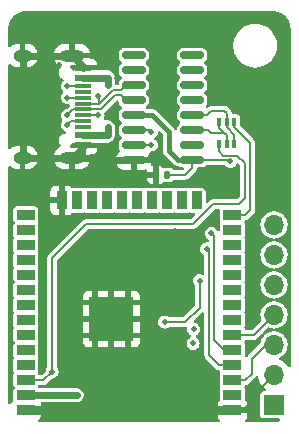
<source format=gbr>
%TF.GenerationSoftware,KiCad,Pcbnew,8.0.7*%
%TF.CreationDate,2024-12-28T12:59:27+01:00*%
%TF.ProjectId,scd30_esp,73636433-305f-4657-9370-2e6b69636164,rev?*%
%TF.SameCoordinates,Original*%
%TF.FileFunction,Copper,L2,Bot*%
%TF.FilePolarity,Positive*%
%FSLAX46Y46*%
G04 Gerber Fmt 4.6, Leading zero omitted, Abs format (unit mm)*
G04 Created by KiCad (PCBNEW 8.0.7) date 2024-12-28 12:59:27*
%MOMM*%
%LPD*%
G01*
G04 APERTURE LIST*
G04 Aperture macros list*
%AMRoundRect*
0 Rectangle with rounded corners*
0 $1 Rounding radius*
0 $2 $3 $4 $5 $6 $7 $8 $9 X,Y pos of 4 corners*
0 Add a 4 corners polygon primitive as box body*
4,1,4,$2,$3,$4,$5,$6,$7,$8,$9,$2,$3,0*
0 Add four circle primitives for the rounded corners*
1,1,$1+$1,$2,$3*
1,1,$1+$1,$4,$5*
1,1,$1+$1,$6,$7*
1,1,$1+$1,$8,$9*
0 Add four rect primitives between the rounded corners*
20,1,$1+$1,$2,$3,$4,$5,0*
20,1,$1+$1,$4,$5,$6,$7,0*
20,1,$1+$1,$6,$7,$8,$9,0*
20,1,$1+$1,$8,$9,$2,$3,0*%
G04 Aperture macros list end*
%TA.AperFunction,SMDPad,CuDef*%
%ADD10RoundRect,0.150000X-0.825000X-0.150000X0.825000X-0.150000X0.825000X0.150000X-0.825000X0.150000X0*%
%TD*%
%TA.AperFunction,ComponentPad*%
%ADD11O,1.600000X1.000000*%
%TD*%
%TA.AperFunction,ComponentPad*%
%ADD12O,2.100000X1.000000*%
%TD*%
%TA.AperFunction,SMDPad,CuDef*%
%ADD13R,1.450000X0.600000*%
%TD*%
%TA.AperFunction,SMDPad,CuDef*%
%ADD14R,1.450000X0.300000*%
%TD*%
%TA.AperFunction,SMDPad,CuDef*%
%ADD15RoundRect,0.140000X0.140000X0.170000X-0.140000X0.170000X-0.140000X-0.170000X0.140000X-0.170000X0*%
%TD*%
%TA.AperFunction,ComponentPad*%
%ADD16O,1.700000X1.700000*%
%TD*%
%TA.AperFunction,ComponentPad*%
%ADD17R,1.700000X1.700000*%
%TD*%
%TA.AperFunction,HeatsinkPad*%
%ADD18C,0.600000*%
%TD*%
%TA.AperFunction,SMDPad,CuDef*%
%ADD19R,0.900000X0.900000*%
%TD*%
%TA.AperFunction,SMDPad,CuDef*%
%ADD20R,3.800000X3.800000*%
%TD*%
%TA.AperFunction,SMDPad,CuDef*%
%ADD21R,1.500000X0.900000*%
%TD*%
%TA.AperFunction,SMDPad,CuDef*%
%ADD22R,0.900000X1.500000*%
%TD*%
%TA.AperFunction,SMDPad,CuDef*%
%ADD23R,0.400000X0.650000*%
%TD*%
%TA.AperFunction,ViaPad*%
%ADD24C,0.500000*%
%TD*%
%TA.AperFunction,Conductor*%
%ADD25C,0.200000*%
%TD*%
%TA.AperFunction,Conductor*%
%ADD26C,0.800000*%
%TD*%
%TA.AperFunction,Conductor*%
%ADD27C,0.600000*%
%TD*%
%TA.AperFunction,Conductor*%
%ADD28C,0.400000*%
%TD*%
G04 APERTURE END LIST*
D10*
%TO.P,U3,16,VCC*%
%TO.N,+3V3*%
X73065000Y-49290000D03*
%TO.P,U3,15,R232*%
%TO.N,unconnected-(U3-R232-Pad15)*%
X73065000Y-48020000D03*
%TO.P,U3,14,~{RTS}*%
%TO.N,Net-(Q3A-S)*%
X73065000Y-46750000D03*
%TO.P,U3,13,~{DTR}*%
%TO.N,Net-(Q3A-G)*%
X73065000Y-45480000D03*
%TO.P,U3,12,~{DCD}*%
%TO.N,unconnected-(U3-~{DCD}-Pad12)*%
X73065000Y-44210000D03*
%TO.P,U3,11,~{RI}*%
%TO.N,unconnected-(U3-~{RI}-Pad11)*%
X73065000Y-42940000D03*
%TO.P,U3,10,~{DSR}*%
%TO.N,unconnected-(U3-~{DSR}-Pad10)*%
X73065000Y-41670000D03*
%TO.P,U3,9,~{CTS}*%
%TO.N,unconnected-(U3-~{CTS}-Pad9)*%
X73065000Y-40400000D03*
%TO.P,U3,8,NC*%
%TO.N,unconnected-(U3-NC-Pad8)*%
X68115000Y-40400000D03*
%TO.P,U3,7,NC*%
%TO.N,unconnected-(U3-NC-Pad7)*%
X68115000Y-41670000D03*
%TO.P,U3,6,UD-*%
%TO.N,/D-*%
X68115000Y-42940000D03*
%TO.P,U3,5,UD+*%
%TO.N,/D+*%
X68115000Y-44210000D03*
%TO.P,U3,4,V3*%
%TO.N,+3V3*%
X68115000Y-45480000D03*
%TO.P,U3,3,RXD*%
%TO.N,/MCU_TX*%
X68115000Y-46750000D03*
%TO.P,U3,2,TXD*%
%TO.N,/MCU_RX*%
X68115000Y-48020000D03*
%TO.P,U3,1,GND*%
%TO.N,GND*%
X68115000Y-49290000D03*
%TD*%
D11*
%TO.P,J2,S1,SHIELD*%
%TO.N,GND*%
X58705000Y-40430000D03*
D12*
X62885000Y-40430000D03*
X62885000Y-49070000D03*
D11*
X58705000Y-49070000D03*
D13*
%TO.P,J2,B12,GND*%
X63800000Y-48000000D03*
%TO.P,J2,B9,VBUS*%
%TO.N,VBUS*%
X63800000Y-47200000D03*
D14*
%TO.P,J2,B8,SBU2*%
%TO.N,unconnected-(J2-SBU2-PadB8)*%
X63800000Y-46500000D03*
%TO.P,J2,B7,D-*%
%TO.N,/D-*%
X63800000Y-45500000D03*
%TO.P,J2,B6,D+*%
%TO.N,/D+*%
X63800000Y-44000000D03*
%TO.P,J2,B5,CC2*%
%TO.N,Net-(J2-CC2)*%
X63800000Y-43000000D03*
D13*
%TO.P,J2,B4,VBUS*%
%TO.N,VBUS*%
X63800000Y-42300000D03*
%TO.P,J2,B1,GND*%
%TO.N,GND*%
X63800000Y-41500000D03*
%TO.P,J2,A12,GND*%
X63800000Y-41500000D03*
%TO.P,J2,A9,VBUS*%
%TO.N,VBUS*%
X63800000Y-42300000D03*
D14*
%TO.P,J2,A8,SBU1*%
%TO.N,unconnected-(J2-SBU1-PadA8)*%
X63800000Y-43500000D03*
%TO.P,J2,A7,D-*%
%TO.N,/D-*%
X63800000Y-44500000D03*
%TO.P,J2,A6,D+*%
%TO.N,/D+*%
X63800000Y-45000000D03*
%TO.P,J2,A5,CC1*%
%TO.N,Net-(J2-CC1)*%
X63800000Y-46000000D03*
D13*
%TO.P,J2,A4,VBUS*%
%TO.N,VBUS*%
X63800000Y-47200000D03*
%TO.P,J2,A1,GND*%
%TO.N,GND*%
X63800000Y-48000000D03*
%TD*%
D15*
%TO.P,C4,1*%
%TO.N,+3V3*%
X70965000Y-50550000D03*
%TO.P,C4,2*%
%TO.N,GND*%
X70005000Y-50550000D03*
%TD*%
D16*
%TO.P,J1,7,Pin_7*%
%TO.N,/SEL*%
X80000000Y-54760000D03*
%TO.P,J1,6,Pin_6*%
%TO.N,/PWM*%
X80000000Y-57300000D03*
%TO.P,J1,5,Pin_5*%
%TO.N,/RDY*%
X80000000Y-59840000D03*
%TO.P,J1,4,Pin_4*%
%TO.N,/SDA*%
X80000000Y-62380000D03*
%TO.P,J1,3,Pin_3*%
%TO.N,/SCL*%
X80000000Y-64920000D03*
%TO.P,J1,2,Pin_2*%
%TO.N,GND*%
X80000000Y-67460000D03*
D17*
%TO.P,J1,1,Pin_1*%
%TO.N,+3V3*%
X80000000Y-70000000D03*
%TD*%
D18*
%TO.P,U2,39,GND*%
%TO.N,GND*%
X66205000Y-62040000D03*
D19*
X66230000Y-61340000D03*
X67630000Y-62740000D03*
X66230000Y-62740000D03*
D18*
X66930000Y-61340000D03*
X66930000Y-64140000D03*
D19*
X64830000Y-62740000D03*
D18*
X66205000Y-63440000D03*
X65530000Y-64140000D03*
X67630000Y-63440000D03*
X65530000Y-62740000D03*
X64830000Y-62040000D03*
X65530000Y-61340000D03*
D19*
X67630000Y-64140000D03*
D18*
X67630000Y-62040000D03*
D19*
X66230000Y-64140000D03*
D18*
X66930000Y-62740000D03*
D19*
X67630000Y-61340000D03*
D18*
X64830000Y-63440000D03*
D20*
X66230000Y-62740000D03*
D19*
X64830000Y-64140000D03*
X64830000Y-61340000D03*
D21*
%TO.P,U2,38,GND*%
X76480000Y-70460000D03*
%TO.P,U2,37,IO23*%
%TO.N,unconnected-(U2-IO23-Pad37)*%
X76480000Y-69190000D03*
%TO.P,U2,36,IO22*%
%TO.N,/SCL*%
X76480000Y-67920000D03*
%TO.P,U2,35,TXD0/IO1*%
%TO.N,/MCU_TX*%
X76480000Y-66650000D03*
%TO.P,U2,34,RXD0/IO3*%
%TO.N,/MCU_RX*%
X76480000Y-65380000D03*
%TO.P,U2,33,IO21*%
%TO.N,/SDA*%
X76480000Y-64110000D03*
%TO.P,U2,32,NC*%
%TO.N,unconnected-(U2-NC-Pad32)*%
X76480000Y-62840000D03*
%TO.P,U2,31,IO19*%
%TO.N,unconnected-(U2-IO19-Pad31)*%
X76480000Y-61570000D03*
%TO.P,U2,30,IO18*%
%TO.N,unconnected-(U2-IO18-Pad30)*%
X76480000Y-60300000D03*
%TO.P,U2,29,IO5*%
%TO.N,unconnected-(U2-IO5-Pad29)*%
X76480000Y-59030000D03*
%TO.P,U2,28,IO17*%
%TO.N,unconnected-(U2-IO17-Pad28)*%
X76480000Y-57760000D03*
%TO.P,U2,27,IO16*%
%TO.N,unconnected-(U2-IO16-Pad27)*%
X76480000Y-56490000D03*
%TO.P,U2,26,IO4*%
%TO.N,unconnected-(U2-IO4-Pad26)*%
X76480000Y-55220000D03*
%TO.P,U2,25,IO0*%
%TO.N,/ESP_IO0*%
X76480000Y-53950000D03*
D22*
%TO.P,U2,24,IO2*%
%TO.N,unconnected-(U2-IO2-Pad24)*%
X73450000Y-52700000D03*
%TO.P,U2,23,IO15*%
%TO.N,unconnected-(U2-IO15-Pad23)*%
X72180000Y-52700000D03*
%TO.P,U2,22,SDI/SD1*%
%TO.N,unconnected-(U2-SDI{slash}SD1-Pad22)*%
X70910000Y-52700000D03*
%TO.P,U2,21,SDO/SD0*%
%TO.N,unconnected-(U2-SDO{slash}SD0-Pad21)*%
X69640000Y-52700000D03*
%TO.P,U2,20,SCK/CLK*%
%TO.N,unconnected-(U2-SCK{slash}CLK-Pad20)*%
X68370000Y-52700000D03*
%TO.P,U2,19,SCS/CMD*%
%TO.N,unconnected-(U2-SCS{slash}CMD-Pad19)*%
X67100000Y-52700000D03*
%TO.P,U2,18,SWP/SD3*%
%TO.N,unconnected-(U2-SWP{slash}SD3-Pad18)*%
X65830000Y-52700000D03*
%TO.P,U2,17,SHD/SD2*%
%TO.N,unconnected-(U2-SHD{slash}SD2-Pad17)*%
X64560000Y-52700000D03*
%TO.P,U2,16,IO13*%
%TO.N,unconnected-(U2-IO13-Pad16)*%
X63290000Y-52700000D03*
%TO.P,U2,15,GND*%
%TO.N,GND*%
X62020000Y-52700000D03*
D21*
%TO.P,U2,14,IO12*%
%TO.N,unconnected-(U2-IO12-Pad14)*%
X58980000Y-53950000D03*
%TO.P,U2,13,IO14*%
%TO.N,unconnected-(U2-IO14-Pad13)*%
X58980000Y-55220000D03*
%TO.P,U2,12,IO27*%
%TO.N,unconnected-(U2-IO27-Pad12)*%
X58980000Y-56490000D03*
%TO.P,U2,11,IO26*%
%TO.N,unconnected-(U2-IO26-Pad11)*%
X58980000Y-57760000D03*
%TO.P,U2,10,IO25*%
%TO.N,unconnected-(U2-IO25-Pad10)*%
X58980000Y-59030000D03*
%TO.P,U2,9,IO33*%
%TO.N,unconnected-(U2-IO33-Pad9)*%
X58980000Y-60300000D03*
%TO.P,U2,8,IO32*%
%TO.N,unconnected-(U2-IO32-Pad8)*%
X58980000Y-61570000D03*
%TO.P,U2,7,IO35*%
%TO.N,unconnected-(U2-IO35-Pad7)*%
X58980000Y-62840000D03*
%TO.P,U2,6,IO34*%
%TO.N,unconnected-(U2-IO34-Pad6)*%
X58980000Y-64110000D03*
%TO.P,U2,5,SENSOR_VN*%
%TO.N,unconnected-(U2-SENSOR_VN-Pad5)*%
X58980000Y-65380000D03*
%TO.P,U2,4,SENSOR_VP*%
%TO.N,unconnected-(U2-SENSOR_VP-Pad4)*%
X58980000Y-66650000D03*
%TO.P,U2,3,EN*%
%TO.N,/ESP_EN*%
X58980000Y-67920000D03*
%TO.P,U2,2,VDD*%
%TO.N,+3V3*%
X58980000Y-69190000D03*
%TO.P,U2,1,GND*%
%TO.N,GND*%
X58980000Y-70460000D03*
%TD*%
D23*
%TO.P,Q3,6,D*%
%TO.N,/ESP_EN*%
X75350000Y-47950000D03*
%TO.P,Q3,5,G*%
%TO.N,Net-(Q3A-S)*%
X76000000Y-47950000D03*
%TO.P,Q3,4,S*%
%TO.N,Net-(Q3A-G)*%
X76650000Y-47950000D03*
%TO.P,Q3,3,D*%
%TO.N,/ESP_IO0*%
X76650000Y-46050000D03*
%TO.P,Q3,2,G*%
%TO.N,Net-(Q3A-G)*%
X76000000Y-46050000D03*
%TO.P,Q3,1,S*%
%TO.N,Net-(Q3A-S)*%
X75350000Y-46050000D03*
%TD*%
D24*
%TO.N,/MCU_TX*%
X69600000Y-46900000D03*
%TO.N,GND*%
X74400000Y-68750000D03*
X72150000Y-70460000D03*
X66950000Y-70460000D03*
X61950000Y-63300000D03*
X67750000Y-55400000D03*
X64500000Y-55450000D03*
X62000000Y-57950000D03*
X78700000Y-51100000D03*
X76200000Y-52100000D03*
%TO.N,VBUS*%
X73700000Y-59500000D03*
%TO.N,+3V3*%
X63300000Y-69200000D03*
X62700000Y-69190000D03*
X76300000Y-49400000D03*
%TO.N,GND*%
X66700000Y-42300000D03*
X66800000Y-46100000D03*
X65800000Y-48200000D03*
X77800000Y-59300000D03*
X73900000Y-56000000D03*
X74200000Y-54700000D03*
X74200000Y-51200000D03*
X71100000Y-54000000D03*
X71600000Y-55300000D03*
X78200000Y-68400000D03*
X77800000Y-64800000D03*
X77800000Y-63400000D03*
X77900000Y-55900000D03*
X70000000Y-40300000D03*
X61800000Y-41200000D03*
X61900000Y-46900000D03*
X61600000Y-45600000D03*
X61600000Y-43700000D03*
X71500000Y-46000000D03*
X69600000Y-48900000D03*
X72800000Y-51300000D03*
X62900000Y-51300000D03*
X67700000Y-51300000D03*
X67700000Y-54000000D03*
X72800000Y-54000000D03*
X78450000Y-70850000D03*
X60500000Y-63300000D03*
X63400000Y-54500000D03*
X60800000Y-57000000D03*
X60000000Y-52800000D03*
X57800000Y-51400000D03*
X57800000Y-54600000D03*
X57800000Y-59600000D03*
X57800000Y-64800000D03*
X57800000Y-68600000D03*
X60400000Y-66800000D03*
X62600000Y-70460000D03*
%TO.N,/ESP_EN*%
X61200000Y-67200000D03*
%TO.N,GND*%
X73700000Y-58400000D03*
X65200000Y-67200000D03*
X70400000Y-67200000D03*
%TO.N,/MCU_RX*%
X74700000Y-55500000D03*
%TO.N,/MCU_TX*%
X74300000Y-56800000D03*
%TO.N,/MCU_RX*%
X69600000Y-48000000D03*
%TO.N,+3V3*%
X73200000Y-63600000D03*
%TO.N,VBUS*%
X65900000Y-46500000D03*
X65900000Y-42900000D03*
X65900000Y-42300000D03*
X65900000Y-47200000D03*
%TO.N,Net-(J2-CC1)*%
X62500000Y-46300000D03*
%TO.N,Net-(J2-CC2)*%
X62500000Y-43000000D03*
%TO.N,/D+*%
X62500000Y-44000000D03*
X62500000Y-45500000D03*
%TO.N,/D-*%
X65100000Y-45500000D03*
X65100000Y-43900000D03*
%TO.N,GND*%
X70710000Y-60640000D03*
X71410000Y-60440000D03*
X71710000Y-60840000D03*
X72010000Y-60440000D03*
X72810000Y-60640000D03*
%TO.N,+3V3*%
X73150000Y-64800000D03*
%TO.N,VBUS*%
X70750000Y-63000000D03*
%TD*%
D25*
%TO.N,/MCU_TX*%
X69450000Y-46750000D02*
X68115000Y-46750000D01*
X69600000Y-46900000D02*
X69450000Y-46750000D01*
D26*
%TO.N,GND*%
X72150000Y-70460000D02*
X66950000Y-70460000D01*
X66950000Y-70460000D02*
X62600000Y-70460000D01*
D25*
%TO.N,/ESP_IO0*%
X77550000Y-53950000D02*
X76480000Y-53950000D01*
X78000000Y-47800000D02*
X78000000Y-53500000D01*
X76650000Y-46450000D02*
X78000000Y-47800000D01*
X78000000Y-53500000D02*
X77550000Y-53950000D01*
X76650000Y-46050000D02*
X76650000Y-46450000D01*
%TO.N,VBUS*%
X73700000Y-61800000D02*
X73700000Y-59500000D01*
X72500000Y-63000000D02*
X73700000Y-61800000D01*
X70750000Y-63000000D02*
X72500000Y-63000000D01*
D27*
%TO.N,+3V3*%
X62300000Y-69190000D02*
X63290000Y-69190000D01*
X62300000Y-69190000D02*
X62700000Y-69190000D01*
X58980000Y-69190000D02*
X62300000Y-69190000D01*
D25*
%TO.N,/MCU_RX*%
X75780000Y-65380000D02*
X76480000Y-65380000D01*
X74900000Y-55700000D02*
X74900000Y-64500000D01*
X74700000Y-55500000D02*
X74900000Y-55700000D01*
%TO.N,/MCU_TX*%
X75350000Y-66650000D02*
X76480000Y-66650000D01*
X74500000Y-65800000D02*
X75350000Y-66650000D01*
X74500000Y-57000000D02*
X74500000Y-65800000D01*
X74300000Y-56800000D02*
X74500000Y-57000000D01*
%TO.N,+3V3*%
X73065000Y-49290000D02*
X76190000Y-49290000D01*
X76190000Y-49290000D02*
X76300000Y-49400000D01*
%TO.N,/ESP_EN*%
X61200000Y-57600000D02*
X61200000Y-67200000D01*
X64100000Y-54700000D02*
X61200000Y-57600000D01*
X73150000Y-54700000D02*
X64100000Y-54700000D01*
X74850000Y-53000000D02*
X73150000Y-54700000D01*
X77000000Y-53000000D02*
X74850000Y-53000000D01*
X77500000Y-52500000D02*
X77000000Y-53000000D01*
%TO.N,+3V3*%
X70965000Y-50550000D02*
X72450000Y-50550000D01*
%TO.N,GND*%
X77800000Y-69660000D02*
X77800000Y-70000000D01*
X80000000Y-67460000D02*
X77800000Y-69660000D01*
X77340000Y-70460000D02*
X77800000Y-70000000D01*
X76480000Y-70460000D02*
X77340000Y-70460000D01*
D26*
X62600000Y-70460000D02*
X59900000Y-70460000D01*
X76480000Y-70460000D02*
X72150000Y-70460000D01*
D25*
%TO.N,/ESP_EN*%
X60480000Y-67920000D02*
X61200000Y-67200000D01*
X58980000Y-67920000D02*
X60480000Y-67920000D01*
D26*
%TO.N,GND*%
X59900000Y-70460000D02*
X58980000Y-70460000D01*
D25*
%TO.N,/MCU_RX*%
X69580000Y-48020000D02*
X69600000Y-48000000D01*
X68115000Y-48020000D02*
X69580000Y-48020000D01*
%TO.N,GND*%
X68115000Y-49915000D02*
X68115000Y-49290000D01*
X68750000Y-50550000D02*
X68115000Y-49915000D01*
X70005000Y-50550000D02*
X68750000Y-50550000D01*
%TO.N,+3V3*%
X72450000Y-50550000D02*
X73065000Y-49935000D01*
X73065000Y-49935000D02*
X73065000Y-49290000D01*
D28*
X71100000Y-48500000D02*
X71890000Y-49290000D01*
X71890000Y-49290000D02*
X73065000Y-49290000D01*
X71100000Y-46900000D02*
X71100000Y-48500000D01*
X69680000Y-45480000D02*
X71100000Y-46900000D01*
X68115000Y-45480000D02*
X69680000Y-45480000D01*
D25*
%TO.N,/SCL*%
X77580000Y-67920000D02*
X76480000Y-67920000D01*
X78100000Y-67400000D02*
X77580000Y-67920000D01*
X80000000Y-64920000D02*
X79280000Y-64920000D01*
X79280000Y-64920000D02*
X78100000Y-66100000D01*
X78100000Y-66100000D02*
X78100000Y-67400000D01*
%TO.N,/SDA*%
X80000000Y-62380000D02*
X78270000Y-64110000D01*
D27*
%TO.N,VBUS*%
X65900000Y-47200000D02*
X65900000Y-46500000D01*
X65900000Y-42300000D02*
X65900000Y-42900000D01*
X65900000Y-42300000D02*
X63800000Y-42300000D01*
X63800000Y-47200000D02*
X65900000Y-47200000D01*
%TO.N,GND*%
X65970000Y-49070000D02*
X62885000Y-49070000D01*
X66190000Y-49290000D02*
X65970000Y-49070000D01*
X68115000Y-49290000D02*
X66190000Y-49290000D01*
X63800000Y-48155000D02*
X62885000Y-49070000D01*
X63800000Y-48000000D02*
X63800000Y-48155000D01*
X58705000Y-49070000D02*
X62885000Y-49070000D01*
X58705000Y-40430000D02*
X58705000Y-49070000D01*
X62885000Y-40430000D02*
X58705000Y-40430000D01*
X63800000Y-41345000D02*
X62885000Y-40430000D01*
X63800000Y-41500000D02*
X63800000Y-41345000D01*
D25*
%TO.N,Net-(J2-CC1)*%
X62800000Y-46000000D02*
X62500000Y-46300000D01*
X63800000Y-46000000D02*
X62800000Y-46000000D01*
%TO.N,Net-(J2-CC2)*%
X63800000Y-43000000D02*
X62500000Y-43000000D01*
%TO.N,/D+*%
X63000000Y-45000000D02*
X63800000Y-45000000D01*
X62500000Y-45500000D02*
X63000000Y-45000000D01*
X63800000Y-44000000D02*
X62500000Y-44000000D01*
%TO.N,/D-*%
X65100000Y-45500000D02*
X63800000Y-45500000D01*
X65156800Y-44525000D02*
X65156800Y-43956800D01*
X65156800Y-43956800D02*
X65100000Y-43900000D01*
X67440000Y-42940000D02*
X68115000Y-42940000D01*
X65156800Y-44525000D02*
X66331800Y-43350000D01*
X67030000Y-43350000D02*
X67440000Y-42940000D01*
X64912501Y-44525000D02*
X65156800Y-44525000D01*
X64887501Y-44500000D02*
X64912501Y-44525000D01*
%TO.N,/D+*%
X67440000Y-44210000D02*
X68115000Y-44210000D01*
%TO.N,/D-*%
X63800000Y-44500000D02*
X64887501Y-44500000D01*
%TO.N,/D+*%
X66518200Y-43800000D02*
X67030000Y-43800000D01*
X65343200Y-44975000D02*
X66518200Y-43800000D01*
X64912501Y-44975000D02*
X65343200Y-44975000D01*
X63800000Y-45000000D02*
X64887501Y-45000000D01*
X64887501Y-45000000D02*
X64912501Y-44975000D01*
X67030000Y-43800000D02*
X67440000Y-44210000D01*
%TO.N,/D-*%
X66331800Y-43350000D02*
X67030000Y-43350000D01*
%TO.N,/MCU_RX*%
X74900000Y-64500000D02*
X75780000Y-65380000D01*
%TO.N,/SDA*%
X78270000Y-64110000D02*
X76480000Y-64110000D01*
%TO.N,/ESP_EN*%
X75700000Y-48900000D02*
X76900000Y-48900000D01*
X77500000Y-49500000D02*
X77500000Y-52500000D01*
X76900000Y-48900000D02*
X77500000Y-49500000D01*
X75350000Y-47950000D02*
X75350000Y-48550000D01*
X75350000Y-48550000D02*
X75700000Y-48900000D01*
%TO.N,Net-(Q3A-G)*%
X76650000Y-47150000D02*
X76650000Y-47950000D01*
X76000000Y-46050000D02*
X76000000Y-46500000D01*
X76000000Y-46500000D02*
X76650000Y-47150000D01*
%TO.N,Net-(Q3A-S)*%
X75350000Y-46050000D02*
X75350000Y-46550000D01*
X76000000Y-47200000D02*
X76000000Y-47950000D01*
X75350000Y-46550000D02*
X75800000Y-47000000D01*
X75800000Y-47000000D02*
X76000000Y-47200000D01*
X73065000Y-46750000D02*
X74450000Y-46750000D01*
X74450000Y-46750000D02*
X74650000Y-46950000D01*
X74650000Y-46950000D02*
X75750000Y-46950000D01*
X75750000Y-46950000D02*
X75800000Y-47000000D01*
%TO.N,Net-(Q3A-G)*%
X73065000Y-45480000D02*
X74320000Y-45480000D01*
X75800000Y-45100000D02*
X76000000Y-45300000D01*
X74320000Y-45480000D02*
X74700000Y-45100000D01*
X74700000Y-45100000D02*
X75800000Y-45100000D01*
X76000000Y-45300000D02*
X76000000Y-46050000D01*
%TD*%
%TA.AperFunction,Conductor*%
%TO.N,GND*%
G36*
X75372539Y-53420185D02*
G01*
X75418294Y-53472989D01*
X75429500Y-53524500D01*
X75429500Y-54444856D01*
X75429502Y-54444882D01*
X75432413Y-54469987D01*
X75432414Y-54469988D01*
X75461081Y-54534914D01*
X75470152Y-54604192D01*
X75461081Y-54635084D01*
X75432415Y-54700006D01*
X75432415Y-54700008D01*
X75429500Y-54725131D01*
X75429500Y-55199254D01*
X75409815Y-55266293D01*
X75357011Y-55312048D01*
X75287853Y-55321992D01*
X75224297Y-55292967D01*
X75190939Y-55246707D01*
X75180861Y-55222375D01*
X75092621Y-55107379D01*
X74977625Y-55019139D01*
X74977624Y-55019138D01*
X74977622Y-55019137D01*
X74843712Y-54963671D01*
X74843710Y-54963670D01*
X74843709Y-54963670D01*
X74771854Y-54954210D01*
X74700001Y-54944750D01*
X74699999Y-54944750D01*
X74556291Y-54963670D01*
X74556287Y-54963671D01*
X74422377Y-55019137D01*
X74307379Y-55107379D01*
X74219137Y-55222377D01*
X74163671Y-55356287D01*
X74163670Y-55356291D01*
X74144750Y-55500000D01*
X74149806Y-55538407D01*
X74163670Y-55643708D01*
X74163671Y-55643712D01*
X74219137Y-55777622D01*
X74219138Y-55777624D01*
X74219139Y-55777625D01*
X74307379Y-55892621D01*
X74359950Y-55932960D01*
X74408228Y-55970006D01*
X74422375Y-55980861D01*
X74422946Y-55981097D01*
X74423354Y-55981426D01*
X74429410Y-55984922D01*
X74428864Y-55985866D01*
X74477349Y-56024930D01*
X74499421Y-56091222D01*
X74499500Y-56095660D01*
X74499500Y-56129620D01*
X74479815Y-56196659D01*
X74427011Y-56242414D01*
X74359314Y-56252559D01*
X74300001Y-56244750D01*
X74299999Y-56244750D01*
X74156291Y-56263670D01*
X74156287Y-56263671D01*
X74022377Y-56319137D01*
X73907379Y-56407379D01*
X73819137Y-56522377D01*
X73763671Y-56656287D01*
X73763670Y-56656291D01*
X73744750Y-56799999D01*
X73744750Y-56800000D01*
X73763670Y-56943708D01*
X73763671Y-56943712D01*
X73819137Y-57077622D01*
X73819138Y-57077624D01*
X73819139Y-57077625D01*
X73907379Y-57192621D01*
X73969132Y-57240006D01*
X74001880Y-57265135D01*
X74022375Y-57280861D01*
X74022946Y-57281097D01*
X74023354Y-57281426D01*
X74029410Y-57284922D01*
X74028864Y-57285866D01*
X74077349Y-57324930D01*
X74099421Y-57391222D01*
X74099500Y-57395660D01*
X74099500Y-58884042D01*
X74079815Y-58951081D01*
X74027011Y-58996836D01*
X73957853Y-59006780D01*
X73928049Y-58998604D01*
X73896046Y-58985348D01*
X73843709Y-58963670D01*
X73748088Y-58951081D01*
X73700001Y-58944750D01*
X73699999Y-58944750D01*
X73556291Y-58963670D01*
X73556287Y-58963671D01*
X73422377Y-59019137D01*
X73307379Y-59107379D01*
X73219137Y-59222377D01*
X73163671Y-59356287D01*
X73163670Y-59356291D01*
X73144750Y-59499999D01*
X73144750Y-59500000D01*
X73163670Y-59643708D01*
X73163671Y-59643712D01*
X73180438Y-59684192D01*
X73219139Y-59777625D01*
X73240248Y-59805135D01*
X73273875Y-59848957D01*
X73299070Y-59914125D01*
X73299500Y-59924444D01*
X73299500Y-61582745D01*
X73279815Y-61649784D01*
X73263181Y-61670426D01*
X72370426Y-62563181D01*
X72309103Y-62596666D01*
X72282745Y-62599500D01*
X71174446Y-62599500D01*
X71107407Y-62579815D01*
X71098960Y-62573876D01*
X71027625Y-62519139D01*
X71027623Y-62519138D01*
X70893712Y-62463671D01*
X70893710Y-62463670D01*
X70893709Y-62463670D01*
X70821854Y-62454210D01*
X70750001Y-62444750D01*
X70749999Y-62444750D01*
X70606291Y-62463670D01*
X70606287Y-62463671D01*
X70472377Y-62519137D01*
X70357379Y-62607379D01*
X70269137Y-62722377D01*
X70213671Y-62856287D01*
X70213670Y-62856291D01*
X70196067Y-62990000D01*
X70194750Y-63000000D01*
X70203132Y-63063670D01*
X70213670Y-63143708D01*
X70213671Y-63143712D01*
X70269137Y-63277622D01*
X70269138Y-63277624D01*
X70269139Y-63277625D01*
X70357379Y-63392621D01*
X70472375Y-63480861D01*
X70472376Y-63480861D01*
X70472377Y-63480862D01*
X70517013Y-63499350D01*
X70606291Y-63536330D01*
X70732606Y-63552960D01*
X70749999Y-63555250D01*
X70750000Y-63555250D01*
X70750001Y-63555250D01*
X70767394Y-63552960D01*
X70893709Y-63536330D01*
X71027625Y-63480861D01*
X71080877Y-63439999D01*
X71098960Y-63426124D01*
X71164129Y-63400930D01*
X71174446Y-63400500D01*
X72529620Y-63400500D01*
X72596659Y-63420185D01*
X72642414Y-63472989D01*
X72652559Y-63540686D01*
X72644750Y-63599999D01*
X72644750Y-63600000D01*
X72663670Y-63743708D01*
X72663671Y-63743712D01*
X72719137Y-63877622D01*
X72719138Y-63877624D01*
X72719139Y-63877625D01*
X72807379Y-63992621D01*
X72922375Y-64080861D01*
X72922381Y-64080863D01*
X72924027Y-64081814D01*
X72925142Y-64082984D01*
X72928823Y-64085808D01*
X72928382Y-64086381D01*
X72972246Y-64132377D01*
X72985473Y-64200984D01*
X72959510Y-64265850D01*
X72909488Y-64303765D01*
X72872378Y-64319136D01*
X72757379Y-64407379D01*
X72669137Y-64522377D01*
X72613671Y-64656287D01*
X72613670Y-64656291D01*
X72594750Y-64800000D01*
X72605959Y-64885143D01*
X72613670Y-64943708D01*
X72613671Y-64943712D01*
X72669137Y-65077622D01*
X72669138Y-65077624D01*
X72669139Y-65077625D01*
X72757379Y-65192621D01*
X72872375Y-65280861D01*
X73006291Y-65336330D01*
X73133280Y-65353048D01*
X73149999Y-65355250D01*
X73150000Y-65355250D01*
X73150001Y-65355250D01*
X73164977Y-65353278D01*
X73293709Y-65336330D01*
X73427625Y-65280861D01*
X73542621Y-65192621D01*
X73630861Y-65077625D01*
X73686330Y-64943709D01*
X73705250Y-64800000D01*
X73686330Y-64656291D01*
X73630861Y-64522375D01*
X73542621Y-64407379D01*
X73427625Y-64319139D01*
X73427621Y-64319137D01*
X73425968Y-64318183D01*
X73424849Y-64317010D01*
X73421177Y-64314192D01*
X73421616Y-64313619D01*
X73377751Y-64267618D01*
X73364526Y-64199011D01*
X73390492Y-64134145D01*
X73440512Y-64096233D01*
X73477625Y-64080861D01*
X73592621Y-63992621D01*
X73680861Y-63877625D01*
X73736330Y-63743709D01*
X73755250Y-63600000D01*
X73755221Y-63599783D01*
X73747441Y-63540686D01*
X73736330Y-63456291D01*
X73688245Y-63340201D01*
X73680862Y-63322377D01*
X73680861Y-63322376D01*
X73680861Y-63322375D01*
X73592621Y-63207379D01*
X73477625Y-63119139D01*
X73477624Y-63119138D01*
X73477622Y-63119137D01*
X73343712Y-63063671D01*
X73343710Y-63063670D01*
X73343709Y-63063670D01*
X73291685Y-63056820D01*
X73227790Y-63028554D01*
X73189319Y-62970230D01*
X73188488Y-62900365D01*
X73220191Y-62846201D01*
X73492516Y-62573876D01*
X73887820Y-62178571D01*
X73949142Y-62145088D01*
X74018834Y-62150072D01*
X74074767Y-62191944D01*
X74099184Y-62257408D01*
X74099500Y-62266254D01*
X74099500Y-65747273D01*
X74099500Y-65852727D01*
X74112163Y-65899987D01*
X74126793Y-65954589D01*
X74145208Y-65986483D01*
X74179520Y-66045913D01*
X74179521Y-66045914D01*
X74179522Y-66045915D01*
X75025179Y-66891571D01*
X75025189Y-66891582D01*
X75029519Y-66895912D01*
X75029520Y-66895913D01*
X75104087Y-66970480D01*
X75195413Y-67023207D01*
X75297274Y-67050501D01*
X75297277Y-67050501D01*
X75308107Y-67050501D01*
X75375146Y-67070186D01*
X75420901Y-67122990D01*
X75431282Y-67160218D01*
X75432415Y-67169991D01*
X75461081Y-67234914D01*
X75470152Y-67304192D01*
X75461081Y-67335084D01*
X75432415Y-67400006D01*
X75432415Y-67400008D01*
X75429500Y-67425131D01*
X75429500Y-68414856D01*
X75429502Y-68414882D01*
X75432413Y-68439987D01*
X75432414Y-68439988D01*
X75432414Y-68439990D01*
X75432415Y-68439991D01*
X75449900Y-68479591D01*
X75461081Y-68504914D01*
X75470152Y-68574192D01*
X75461081Y-68605084D01*
X75432415Y-68670006D01*
X75432415Y-68670008D01*
X75429500Y-68695131D01*
X75429500Y-69548303D01*
X75409815Y-69615342D01*
X75379815Y-69647566D01*
X75372818Y-69652804D01*
X75372808Y-69652814D01*
X75286649Y-69767906D01*
X75286645Y-69767913D01*
X75236403Y-69902620D01*
X75236401Y-69902627D01*
X75230000Y-69962155D01*
X75230000Y-70210000D01*
X77730000Y-70210000D01*
X77730000Y-69962172D01*
X77729999Y-69962155D01*
X77723598Y-69902627D01*
X77723596Y-69902620D01*
X77673354Y-69767913D01*
X77673352Y-69767911D01*
X77587190Y-69652813D01*
X77587185Y-69652807D01*
X77580185Y-69647567D01*
X77538316Y-69591632D01*
X77530499Y-69548307D01*
X77530499Y-68695136D01*
X77528570Y-68678502D01*
X77527586Y-68670012D01*
X77527585Y-68670010D01*
X77527585Y-68670009D01*
X77498919Y-68605086D01*
X77489847Y-68535808D01*
X77498919Y-68504913D01*
X77524114Y-68447853D01*
X77527585Y-68439991D01*
X77528891Y-68428732D01*
X77556170Y-68364409D01*
X77613896Y-68325044D01*
X77625726Y-68322375D01*
X77632724Y-68320500D01*
X77632727Y-68320500D01*
X77734588Y-68293207D01*
X77825913Y-68240480D01*
X78420480Y-67645913D01*
X78432804Y-67624566D01*
X78483369Y-67576351D01*
X78551976Y-67563127D01*
X78616841Y-67589094D01*
X78657370Y-67646008D01*
X78663719Y-67675756D01*
X78665430Y-67695317D01*
X78665432Y-67695326D01*
X78726566Y-67923483D01*
X78726570Y-67923492D01*
X78826399Y-68137578D01*
X78961894Y-68331082D01*
X79128917Y-68498105D01*
X79308605Y-68623925D01*
X79352230Y-68678502D01*
X79359422Y-68748001D01*
X79327900Y-68810355D01*
X79267670Y-68845769D01*
X79237482Y-68849500D01*
X79105144Y-68849500D01*
X79105117Y-68849502D01*
X79080012Y-68852413D01*
X79080008Y-68852415D01*
X78977235Y-68897793D01*
X78897794Y-68977234D01*
X78852415Y-69080006D01*
X78852415Y-69080008D01*
X78849500Y-69105131D01*
X78849500Y-70894856D01*
X78849502Y-70894882D01*
X78852413Y-70919987D01*
X78852415Y-70919991D01*
X78897793Y-71022764D01*
X78897794Y-71022765D01*
X78977235Y-71102206D01*
X79080009Y-71147585D01*
X79105135Y-71150500D01*
X80408027Y-71150499D01*
X80475066Y-71170184D01*
X80520821Y-71222987D01*
X80530765Y-71292146D01*
X80501740Y-71355702D01*
X80451361Y-71390681D01*
X80330763Y-71435662D01*
X80313787Y-71440646D01*
X80122068Y-71482351D01*
X80104557Y-71484869D01*
X79923779Y-71497799D01*
X79904417Y-71499184D01*
X79895572Y-71499500D01*
X77649418Y-71499500D01*
X77582379Y-71479815D01*
X77536624Y-71427011D01*
X77526680Y-71357853D01*
X77555705Y-71294297D01*
X77575107Y-71276234D01*
X77587187Y-71267190D01*
X77587190Y-71267187D01*
X77673350Y-71152093D01*
X77673354Y-71152086D01*
X77723596Y-71017379D01*
X77723598Y-71017372D01*
X77729999Y-70957844D01*
X77730000Y-70957827D01*
X77730000Y-70710000D01*
X75230000Y-70710000D01*
X75230000Y-70957844D01*
X75236401Y-71017372D01*
X75236403Y-71017379D01*
X75286645Y-71152086D01*
X75286649Y-71152093D01*
X75372809Y-71267187D01*
X75372812Y-71267190D01*
X75384893Y-71276234D01*
X75426764Y-71332168D01*
X75431748Y-71401859D01*
X75398262Y-71463182D01*
X75336939Y-71496666D01*
X75310582Y-71499500D01*
X60149418Y-71499500D01*
X60082379Y-71479815D01*
X60036624Y-71427011D01*
X60026680Y-71357853D01*
X60055705Y-71294297D01*
X60075107Y-71276234D01*
X60087187Y-71267190D01*
X60087190Y-71267187D01*
X60173350Y-71152093D01*
X60173354Y-71152086D01*
X60223596Y-71017379D01*
X60223598Y-71017372D01*
X60229999Y-70957844D01*
X60230000Y-70957827D01*
X60230000Y-70710000D01*
X59104000Y-70710000D01*
X59036961Y-70690315D01*
X58991206Y-70637511D01*
X58980000Y-70586000D01*
X58980000Y-70334000D01*
X58999685Y-70266961D01*
X59052489Y-70221206D01*
X59104000Y-70210000D01*
X60230000Y-70210000D01*
X60230000Y-69962172D01*
X60229999Y-69962160D01*
X60226300Y-69927758D01*
X60238704Y-69858998D01*
X60286313Y-69807860D01*
X60349589Y-69790500D01*
X63369055Y-69790500D01*
X63369057Y-69790500D01*
X63521784Y-69749577D01*
X63658716Y-69670520D01*
X63770520Y-69558716D01*
X63849577Y-69421784D01*
X63890500Y-69269057D01*
X63890500Y-69110943D01*
X63849577Y-68958216D01*
X63814692Y-68897793D01*
X63770524Y-68821290D01*
X63770518Y-68821282D01*
X63658717Y-68709481D01*
X63658709Y-68709475D01*
X63521790Y-68630426D01*
X63521786Y-68630424D01*
X63521784Y-68630423D01*
X63369057Y-68589500D01*
X63369056Y-68589500D01*
X60149152Y-68589500D01*
X60082113Y-68569815D01*
X60036358Y-68517011D01*
X60026617Y-68449266D01*
X60026510Y-68449254D01*
X60026557Y-68448848D01*
X60026414Y-68447853D01*
X60027001Y-68445016D01*
X60027584Y-68439993D01*
X60027585Y-68439991D01*
X60028720Y-68430208D01*
X60056001Y-68365884D01*
X60113727Y-68326520D01*
X60151894Y-68320500D01*
X60532725Y-68320500D01*
X60532727Y-68320500D01*
X60634588Y-68293207D01*
X60725913Y-68240480D01*
X61183070Y-67783320D01*
X61244389Y-67749838D01*
X61254543Y-67748068D01*
X61343709Y-67736330D01*
X61477625Y-67680861D01*
X61592621Y-67592621D01*
X61680861Y-67477625D01*
X61736330Y-67343709D01*
X61755250Y-67200000D01*
X61736330Y-67056291D01*
X61680861Y-66922375D01*
X61657233Y-66891582D01*
X61626124Y-66851039D01*
X61600930Y-66785869D01*
X61600500Y-66775553D01*
X61600500Y-64687844D01*
X63830000Y-64687844D01*
X63836401Y-64747372D01*
X63836403Y-64747379D01*
X63886645Y-64882086D01*
X63886649Y-64882093D01*
X63972809Y-64997187D01*
X63972812Y-64997190D01*
X64087906Y-65083350D01*
X64087913Y-65083354D01*
X64222620Y-65133596D01*
X64222627Y-65133598D01*
X64282155Y-65139999D01*
X64282172Y-65140000D01*
X64580000Y-65140000D01*
X65080000Y-65140000D01*
X65980000Y-65140000D01*
X66480000Y-65140000D01*
X67380000Y-65140000D01*
X67880000Y-65140000D01*
X68177828Y-65140000D01*
X68177844Y-65139999D01*
X68237372Y-65133598D01*
X68237379Y-65133596D01*
X68372086Y-65083354D01*
X68372093Y-65083350D01*
X68487187Y-64997190D01*
X68487190Y-64997187D01*
X68573350Y-64882093D01*
X68573354Y-64882086D01*
X68623596Y-64747379D01*
X68623598Y-64747372D01*
X68629999Y-64687844D01*
X68630000Y-64687827D01*
X68630000Y-64390000D01*
X67880000Y-64390000D01*
X67880000Y-65140000D01*
X67380000Y-65140000D01*
X67380000Y-64390000D01*
X66480000Y-64390000D01*
X66480000Y-65140000D01*
X65980000Y-65140000D01*
X65980000Y-64390000D01*
X65080000Y-64390000D01*
X65080000Y-65140000D01*
X64580000Y-65140000D01*
X64580000Y-64390000D01*
X63830000Y-64390000D01*
X63830000Y-64687844D01*
X61600500Y-64687844D01*
X61600500Y-64120109D01*
X65430000Y-64120109D01*
X65430000Y-64159891D01*
X65445224Y-64196645D01*
X65473355Y-64224776D01*
X65510109Y-64240000D01*
X65549891Y-64240000D01*
X65586645Y-64224776D01*
X65614776Y-64196645D01*
X65630000Y-64159891D01*
X65630000Y-64120109D01*
X66830000Y-64120109D01*
X66830000Y-64159891D01*
X66845224Y-64196645D01*
X66873355Y-64224776D01*
X66910109Y-64240000D01*
X66949891Y-64240000D01*
X66986645Y-64224776D01*
X67014776Y-64196645D01*
X67030000Y-64159891D01*
X67030000Y-64120109D01*
X67014776Y-64083355D01*
X66986645Y-64055224D01*
X66949891Y-64040000D01*
X66910109Y-64040000D01*
X66873355Y-64055224D01*
X66845224Y-64083355D01*
X66830000Y-64120109D01*
X65630000Y-64120109D01*
X65614776Y-64083355D01*
X65586645Y-64055224D01*
X65549891Y-64040000D01*
X65510109Y-64040000D01*
X65473355Y-64055224D01*
X65445224Y-64083355D01*
X65430000Y-64120109D01*
X61600500Y-64120109D01*
X61600500Y-63890000D01*
X63830000Y-63890000D01*
X64580000Y-63890000D01*
X67880000Y-63890000D01*
X68630000Y-63890000D01*
X68630000Y-62990000D01*
X67880000Y-62990000D01*
X67880000Y-63890000D01*
X64580000Y-63890000D01*
X64580000Y-63420109D01*
X64730000Y-63420109D01*
X64730000Y-63459891D01*
X64745224Y-63496645D01*
X64773355Y-63524776D01*
X64810109Y-63540000D01*
X64849891Y-63540000D01*
X64886645Y-63524776D01*
X64914776Y-63496645D01*
X64930000Y-63459891D01*
X64930000Y-63440000D01*
X65183553Y-63440000D01*
X65343553Y-63600000D01*
X65517500Y-63773946D01*
X65517501Y-63773946D01*
X65851446Y-63440001D01*
X65851446Y-63439999D01*
X65831556Y-63420109D01*
X66105000Y-63420109D01*
X66105000Y-63459891D01*
X66120224Y-63496645D01*
X66148355Y-63524776D01*
X66185109Y-63540000D01*
X66224891Y-63540000D01*
X66261645Y-63524776D01*
X66289776Y-63496645D01*
X66305000Y-63459891D01*
X66305000Y-63440000D01*
X66583553Y-63440000D01*
X66929999Y-63786446D01*
X67116447Y-63600000D01*
X67276446Y-63440000D01*
X67276446Y-63439999D01*
X67256556Y-63420109D01*
X67530000Y-63420109D01*
X67530000Y-63459891D01*
X67545224Y-63496645D01*
X67573355Y-63524776D01*
X67610109Y-63540000D01*
X67649891Y-63540000D01*
X67686645Y-63524776D01*
X67714776Y-63496645D01*
X67730000Y-63459891D01*
X67730000Y-63420109D01*
X67714776Y-63383355D01*
X67686645Y-63355224D01*
X67649891Y-63340000D01*
X67610109Y-63340000D01*
X67573355Y-63355224D01*
X67545224Y-63383355D01*
X67530000Y-63420109D01*
X67256556Y-63420109D01*
X66930000Y-63093553D01*
X66583553Y-63440000D01*
X66305000Y-63440000D01*
X66305000Y-63420109D01*
X66289776Y-63383355D01*
X66261645Y-63355224D01*
X66224891Y-63340000D01*
X66185109Y-63340000D01*
X66148355Y-63355224D01*
X66120224Y-63383355D01*
X66105000Y-63420109D01*
X65831556Y-63420109D01*
X65517501Y-63106053D01*
X65517500Y-63106053D01*
X65183553Y-63440000D01*
X64930000Y-63440000D01*
X64930000Y-63420109D01*
X64914776Y-63383355D01*
X64886645Y-63355224D01*
X64849891Y-63340000D01*
X64810109Y-63340000D01*
X64773355Y-63355224D01*
X64745224Y-63383355D01*
X64730000Y-63420109D01*
X64580000Y-63420109D01*
X64580000Y-62990000D01*
X63830000Y-62990000D01*
X63830000Y-63890000D01*
X61600500Y-63890000D01*
X61600500Y-62720109D01*
X65430000Y-62720109D01*
X65430000Y-62759891D01*
X65445224Y-62796645D01*
X65473355Y-62824776D01*
X65510109Y-62840000D01*
X65549891Y-62840000D01*
X65586645Y-62824776D01*
X65614776Y-62796645D01*
X65630000Y-62759891D01*
X65630000Y-62720109D01*
X66830000Y-62720109D01*
X66830000Y-62759891D01*
X66845224Y-62796645D01*
X66873355Y-62824776D01*
X66910109Y-62840000D01*
X66949891Y-62840000D01*
X66986645Y-62824776D01*
X67014776Y-62796645D01*
X67030000Y-62759891D01*
X67030000Y-62720109D01*
X67014776Y-62683355D01*
X66986645Y-62655224D01*
X66949891Y-62640000D01*
X66910109Y-62640000D01*
X66873355Y-62655224D01*
X66845224Y-62683355D01*
X66830000Y-62720109D01*
X65630000Y-62720109D01*
X65614776Y-62683355D01*
X65586645Y-62655224D01*
X65549891Y-62640000D01*
X65510109Y-62640000D01*
X65473355Y-62655224D01*
X65445224Y-62683355D01*
X65430000Y-62720109D01*
X61600500Y-62720109D01*
X61600500Y-62490000D01*
X63830000Y-62490000D01*
X64580000Y-62490000D01*
X67880000Y-62490000D01*
X68630000Y-62490000D01*
X68630000Y-61590000D01*
X67880000Y-61590000D01*
X67880000Y-62490000D01*
X64580000Y-62490000D01*
X64580000Y-62020109D01*
X64730000Y-62020109D01*
X64730000Y-62059891D01*
X64745224Y-62096645D01*
X64773355Y-62124776D01*
X64810109Y-62140000D01*
X64849891Y-62140000D01*
X64886645Y-62124776D01*
X64914776Y-62096645D01*
X64930000Y-62059891D01*
X64930000Y-62040000D01*
X65183553Y-62040000D01*
X65336318Y-62192765D01*
X65517500Y-62373946D01*
X65517501Y-62373946D01*
X65851446Y-62040001D01*
X65851446Y-62039999D01*
X65831556Y-62020109D01*
X66105000Y-62020109D01*
X66105000Y-62059891D01*
X66120224Y-62096645D01*
X66148355Y-62124776D01*
X66185109Y-62140000D01*
X66224891Y-62140000D01*
X66261645Y-62124776D01*
X66289776Y-62096645D01*
X66305000Y-62059891D01*
X66305000Y-62040000D01*
X66583553Y-62040000D01*
X66929999Y-62386446D01*
X67123682Y-62192765D01*
X67276446Y-62040000D01*
X67276446Y-62039999D01*
X67256556Y-62020109D01*
X67530000Y-62020109D01*
X67530000Y-62059891D01*
X67545224Y-62096645D01*
X67573355Y-62124776D01*
X67610109Y-62140000D01*
X67649891Y-62140000D01*
X67686645Y-62124776D01*
X67714776Y-62096645D01*
X67730000Y-62059891D01*
X67730000Y-62020109D01*
X67714776Y-61983355D01*
X67686645Y-61955224D01*
X67649891Y-61940000D01*
X67610109Y-61940000D01*
X67573355Y-61955224D01*
X67545224Y-61983355D01*
X67530000Y-62020109D01*
X67256556Y-62020109D01*
X66930000Y-61693553D01*
X66583553Y-62040000D01*
X66305000Y-62040000D01*
X66305000Y-62020109D01*
X66289776Y-61983355D01*
X66261645Y-61955224D01*
X66224891Y-61940000D01*
X66185109Y-61940000D01*
X66148355Y-61955224D01*
X66120224Y-61983355D01*
X66105000Y-62020109D01*
X65831556Y-62020109D01*
X65517501Y-61706053D01*
X65517500Y-61706053D01*
X65183553Y-62040000D01*
X64930000Y-62040000D01*
X64930000Y-62020109D01*
X64914776Y-61983355D01*
X64886645Y-61955224D01*
X64849891Y-61940000D01*
X64810109Y-61940000D01*
X64773355Y-61955224D01*
X64745224Y-61983355D01*
X64730000Y-62020109D01*
X64580000Y-62020109D01*
X64580000Y-61590000D01*
X63830000Y-61590000D01*
X63830000Y-62490000D01*
X61600500Y-62490000D01*
X61600500Y-61320109D01*
X65430000Y-61320109D01*
X65430000Y-61359891D01*
X65445224Y-61396645D01*
X65473355Y-61424776D01*
X65510109Y-61440000D01*
X65549891Y-61440000D01*
X65586645Y-61424776D01*
X65614776Y-61396645D01*
X65630000Y-61359891D01*
X65630000Y-61320109D01*
X66830000Y-61320109D01*
X66830000Y-61359891D01*
X66845224Y-61396645D01*
X66873355Y-61424776D01*
X66910109Y-61440000D01*
X66949891Y-61440000D01*
X66986645Y-61424776D01*
X67014776Y-61396645D01*
X67030000Y-61359891D01*
X67030000Y-61320109D01*
X67014776Y-61283355D01*
X66986645Y-61255224D01*
X66949891Y-61240000D01*
X66910109Y-61240000D01*
X66873355Y-61255224D01*
X66845224Y-61283355D01*
X66830000Y-61320109D01*
X65630000Y-61320109D01*
X65614776Y-61283355D01*
X65586645Y-61255224D01*
X65549891Y-61240000D01*
X65510109Y-61240000D01*
X65473355Y-61255224D01*
X65445224Y-61283355D01*
X65430000Y-61320109D01*
X61600500Y-61320109D01*
X61600500Y-60792155D01*
X63830000Y-60792155D01*
X63830000Y-61090000D01*
X64580000Y-61090000D01*
X65080000Y-61090000D01*
X65980000Y-61090000D01*
X66480000Y-61090000D01*
X67380000Y-61090000D01*
X67880000Y-61090000D01*
X68630000Y-61090000D01*
X68630000Y-60792172D01*
X68629999Y-60792155D01*
X68623598Y-60732627D01*
X68623596Y-60732620D01*
X68573354Y-60597913D01*
X68573350Y-60597906D01*
X68487190Y-60482812D01*
X68487187Y-60482809D01*
X68372093Y-60396649D01*
X68372086Y-60396645D01*
X68237379Y-60346403D01*
X68237372Y-60346401D01*
X68177844Y-60340000D01*
X67880000Y-60340000D01*
X67880000Y-61090000D01*
X67380000Y-61090000D01*
X67380000Y-60340000D01*
X66480000Y-60340000D01*
X66480000Y-61090000D01*
X65980000Y-61090000D01*
X65980000Y-60340000D01*
X65080000Y-60340000D01*
X65080000Y-61090000D01*
X64580000Y-61090000D01*
X64580000Y-60340000D01*
X64282155Y-60340000D01*
X64222627Y-60346401D01*
X64222620Y-60346403D01*
X64087913Y-60396645D01*
X64087906Y-60396649D01*
X63972812Y-60482809D01*
X63972809Y-60482812D01*
X63886649Y-60597906D01*
X63886645Y-60597913D01*
X63836403Y-60732620D01*
X63836401Y-60732627D01*
X63830000Y-60792155D01*
X61600500Y-60792155D01*
X61600500Y-57817255D01*
X61620185Y-57750216D01*
X61636819Y-57729574D01*
X64229574Y-55136819D01*
X64290897Y-55103334D01*
X64317255Y-55100500D01*
X73202725Y-55100500D01*
X73202727Y-55100500D01*
X73304588Y-55073207D01*
X73395913Y-55020480D01*
X74979574Y-53436819D01*
X75040897Y-53403334D01*
X75067255Y-53400500D01*
X75305500Y-53400500D01*
X75372539Y-53420185D01*
G37*
%TD.AperFunction*%
%TA.AperFunction,Conductor*%
G36*
X79904418Y-36665030D02*
G01*
X80104560Y-36679344D01*
X80122061Y-36681861D01*
X80313794Y-36723569D01*
X80330752Y-36728548D01*
X80514612Y-36797125D01*
X80530692Y-36804469D01*
X80647483Y-36868242D01*
X80702900Y-36898502D01*
X80717784Y-36908067D01*
X80874843Y-37025641D01*
X80874857Y-37025651D01*
X80888228Y-37037237D01*
X81026972Y-37175982D01*
X81038557Y-37189353D01*
X81156134Y-37346418D01*
X81165700Y-37361302D01*
X81259734Y-37533516D01*
X81267083Y-37549609D01*
X81335650Y-37733447D01*
X81340634Y-37750422D01*
X81382339Y-37942141D01*
X81384857Y-37959654D01*
X81399183Y-38159987D01*
X81399499Y-38168832D01*
X81399499Y-38240090D01*
X81399500Y-38240103D01*
X81399500Y-54711865D01*
X81385076Y-54760984D01*
X81397193Y-54784326D01*
X81399500Y-54808134D01*
X81399500Y-57251865D01*
X81385076Y-57300984D01*
X81397193Y-57324326D01*
X81399500Y-57348134D01*
X81399500Y-59791865D01*
X81385076Y-59840984D01*
X81397193Y-59864326D01*
X81399500Y-59888134D01*
X81399500Y-62331865D01*
X81385076Y-62380984D01*
X81397193Y-62404326D01*
X81399500Y-62428134D01*
X81399500Y-64871865D01*
X81385076Y-64920984D01*
X81397193Y-64944326D01*
X81399500Y-64968134D01*
X81399500Y-66711762D01*
X81379815Y-66778801D01*
X81327011Y-66824556D01*
X81257853Y-66834500D01*
X81194297Y-66805475D01*
X81173925Y-66782886D01*
X81038109Y-66588922D01*
X81038108Y-66588920D01*
X80871082Y-66421894D01*
X80677578Y-66286399D01*
X80478426Y-66193533D01*
X80425987Y-66147360D01*
X80406835Y-66080167D01*
X80427051Y-66013286D01*
X80480216Y-65967951D01*
X80486005Y-65965537D01*
X80515019Y-65954298D01*
X80696302Y-65842052D01*
X80853872Y-65698407D01*
X80982366Y-65528255D01*
X81063032Y-65366255D01*
X81077403Y-65337394D01*
X81077403Y-65337393D01*
X81077405Y-65337389D01*
X81135756Y-65132310D01*
X81152029Y-64956693D01*
X81165990Y-64921532D01*
X81156523Y-64906800D01*
X81152029Y-64883306D01*
X81149870Y-64860006D01*
X81135756Y-64707690D01*
X81077405Y-64502611D01*
X81077403Y-64502606D01*
X81077403Y-64502605D01*
X80982367Y-64311746D01*
X80853872Y-64141593D01*
X80830305Y-64120109D01*
X80696302Y-63997948D01*
X80515019Y-63885702D01*
X80515017Y-63885701D01*
X80415608Y-63847190D01*
X80316198Y-63808679D01*
X80119385Y-63771888D01*
X80057106Y-63740221D01*
X80021833Y-63679908D01*
X80024767Y-63610100D01*
X80064976Y-63552960D01*
X80119384Y-63528111D01*
X80316198Y-63491321D01*
X80515019Y-63414298D01*
X80696302Y-63302052D01*
X80853872Y-63158407D01*
X80982366Y-62988255D01*
X81026130Y-62900365D01*
X81077403Y-62797394D01*
X81077403Y-62797393D01*
X81077405Y-62797389D01*
X81135756Y-62592310D01*
X81152029Y-62416693D01*
X81165990Y-62381532D01*
X81156523Y-62366800D01*
X81152029Y-62343306D01*
X81143854Y-62255084D01*
X81135756Y-62167690D01*
X81077405Y-61962611D01*
X81077403Y-61962606D01*
X81077403Y-61962605D01*
X80982367Y-61771746D01*
X80853872Y-61601593D01*
X80833197Y-61582745D01*
X80696302Y-61457948D01*
X80515019Y-61345702D01*
X80515017Y-61345701D01*
X80354081Y-61283355D01*
X80316198Y-61268679D01*
X80119385Y-61231888D01*
X80057106Y-61200221D01*
X80021833Y-61139908D01*
X80024767Y-61070100D01*
X80064976Y-61012960D01*
X80119384Y-60988111D01*
X80316198Y-60951321D01*
X80515019Y-60874298D01*
X80696302Y-60762052D01*
X80853872Y-60618407D01*
X80982366Y-60448255D01*
X80982367Y-60448253D01*
X81077403Y-60257394D01*
X81077403Y-60257393D01*
X81077405Y-60257389D01*
X81135756Y-60052310D01*
X81152029Y-59876693D01*
X81165990Y-59841532D01*
X81156523Y-59826800D01*
X81152029Y-59803306D01*
X81143854Y-59715084D01*
X81135756Y-59627690D01*
X81077405Y-59422611D01*
X81077403Y-59422606D01*
X81077403Y-59422605D01*
X80982367Y-59231746D01*
X80853872Y-59061593D01*
X80793745Y-59006780D01*
X80696302Y-58917948D01*
X80515019Y-58805702D01*
X80515017Y-58805701D01*
X80415608Y-58767190D01*
X80316198Y-58728679D01*
X80119385Y-58691888D01*
X80057106Y-58660221D01*
X80021833Y-58599908D01*
X80024767Y-58530100D01*
X80064976Y-58472960D01*
X80119384Y-58448111D01*
X80316198Y-58411321D01*
X80515019Y-58334298D01*
X80696302Y-58222052D01*
X80853872Y-58078407D01*
X80982366Y-57908255D01*
X81053253Y-57765893D01*
X81077403Y-57717394D01*
X81077403Y-57717393D01*
X81077405Y-57717389D01*
X81135756Y-57512310D01*
X81152029Y-57336693D01*
X81165990Y-57301532D01*
X81156523Y-57286800D01*
X81152029Y-57263306D01*
X81143854Y-57175084D01*
X81135756Y-57087690D01*
X81077405Y-56882611D01*
X81077403Y-56882606D01*
X81077403Y-56882605D01*
X80982367Y-56691746D01*
X80853872Y-56521593D01*
X80696302Y-56377948D01*
X80515019Y-56265702D01*
X80515017Y-56265701D01*
X80415608Y-56227190D01*
X80316198Y-56188679D01*
X80119385Y-56151888D01*
X80057106Y-56120221D01*
X80021833Y-56059908D01*
X80024767Y-55990100D01*
X80064976Y-55932960D01*
X80119384Y-55908111D01*
X80316198Y-55871321D01*
X80515019Y-55794298D01*
X80696302Y-55682052D01*
X80853872Y-55538407D01*
X80982366Y-55368255D01*
X81005402Y-55321992D01*
X81077403Y-55177394D01*
X81077403Y-55177393D01*
X81077405Y-55177389D01*
X81135756Y-54972310D01*
X81152029Y-54796693D01*
X81165990Y-54761532D01*
X81156523Y-54746800D01*
X81152029Y-54723306D01*
X81143854Y-54635084D01*
X81135756Y-54547690D01*
X81077405Y-54342611D01*
X81077403Y-54342606D01*
X81077403Y-54342605D01*
X80982367Y-54151746D01*
X80853872Y-53981593D01*
X80812194Y-53943598D01*
X80696302Y-53837948D01*
X80515019Y-53725702D01*
X80515017Y-53725701D01*
X80415608Y-53687190D01*
X80316198Y-53648679D01*
X80106610Y-53609500D01*
X79893390Y-53609500D01*
X79683802Y-53648679D01*
X79683799Y-53648679D01*
X79683799Y-53648680D01*
X79484982Y-53725701D01*
X79484980Y-53725702D01*
X79303699Y-53837947D01*
X79146127Y-53981593D01*
X79017632Y-54151746D01*
X78922596Y-54342605D01*
X78922596Y-54342607D01*
X78864244Y-54547689D01*
X78847802Y-54725136D01*
X78844571Y-54760000D01*
X78864244Y-54972310D01*
X78877949Y-55020479D01*
X78922596Y-55177392D01*
X78922596Y-55177394D01*
X79017632Y-55368253D01*
X79017634Y-55368255D01*
X79146128Y-55538407D01*
X79303698Y-55682052D01*
X79484981Y-55794298D01*
X79683802Y-55871321D01*
X79880613Y-55908111D01*
X79942893Y-55939779D01*
X79978166Y-56000092D01*
X79975232Y-56069900D01*
X79935023Y-56127040D01*
X79880613Y-56151888D01*
X79683802Y-56188679D01*
X79683799Y-56188679D01*
X79683799Y-56188680D01*
X79484982Y-56265701D01*
X79484980Y-56265702D01*
X79303699Y-56377947D01*
X79146127Y-56521593D01*
X79017632Y-56691746D01*
X78922596Y-56882605D01*
X78922596Y-56882607D01*
X78864244Y-57087689D01*
X78844571Y-57299999D01*
X78844571Y-57300000D01*
X78864244Y-57512310D01*
X78922596Y-57717392D01*
X78922596Y-57717394D01*
X79017632Y-57908253D01*
X79017634Y-57908255D01*
X79146128Y-58078407D01*
X79303698Y-58222052D01*
X79484981Y-58334298D01*
X79683802Y-58411321D01*
X79880613Y-58448111D01*
X79942893Y-58479779D01*
X79978166Y-58540092D01*
X79975232Y-58609900D01*
X79935023Y-58667040D01*
X79880613Y-58691888D01*
X79683802Y-58728679D01*
X79683799Y-58728679D01*
X79683799Y-58728680D01*
X79484982Y-58805701D01*
X79484980Y-58805702D01*
X79303699Y-58917947D01*
X79146127Y-59061593D01*
X79017632Y-59231746D01*
X78922596Y-59422605D01*
X78922596Y-59422607D01*
X78864244Y-59627689D01*
X78844571Y-59839999D01*
X78844571Y-59840000D01*
X78864244Y-60052310D01*
X78922596Y-60257392D01*
X78922596Y-60257394D01*
X79017632Y-60448253D01*
X79146127Y-60618406D01*
X79146128Y-60618407D01*
X79303698Y-60762052D01*
X79484981Y-60874298D01*
X79683802Y-60951321D01*
X79880613Y-60988111D01*
X79942893Y-61019779D01*
X79978166Y-61080092D01*
X79975232Y-61149900D01*
X79935023Y-61207040D01*
X79880613Y-61231888D01*
X79683802Y-61268679D01*
X79683799Y-61268679D01*
X79683799Y-61268680D01*
X79484982Y-61345701D01*
X79484980Y-61345702D01*
X79303699Y-61457947D01*
X79146127Y-61601593D01*
X79017632Y-61771746D01*
X78922596Y-61962605D01*
X78922596Y-61962607D01*
X78864244Y-62167689D01*
X78844571Y-62379999D01*
X78844571Y-62380000D01*
X78864244Y-62592310D01*
X78923390Y-62800184D01*
X78922804Y-62870052D01*
X78891805Y-62921800D01*
X78140426Y-63673181D01*
X78079103Y-63706666D01*
X78052745Y-63709500D01*
X77651893Y-63709500D01*
X77584854Y-63689815D01*
X77539099Y-63637011D01*
X77528718Y-63599783D01*
X77527585Y-63590012D01*
X77527585Y-63590009D01*
X77514237Y-63559779D01*
X77498919Y-63525086D01*
X77489847Y-63455808D01*
X77498919Y-63424913D01*
X77503607Y-63414297D01*
X77527585Y-63359991D01*
X77530500Y-63334865D01*
X77530499Y-62345136D01*
X77528960Y-62331865D01*
X77527586Y-62320012D01*
X77527585Y-62320010D01*
X77527585Y-62320009D01*
X77498919Y-62255086D01*
X77489847Y-62185808D01*
X77498919Y-62154913D01*
X77527584Y-62089993D01*
X77527585Y-62089991D01*
X77530500Y-62064865D01*
X77530499Y-61075136D01*
X77529915Y-61070100D01*
X77527586Y-61050012D01*
X77527585Y-61050010D01*
X77527585Y-61050009D01*
X77501309Y-60990500D01*
X77498919Y-60985086D01*
X77489847Y-60915808D01*
X77498919Y-60884913D01*
X77503607Y-60874297D01*
X77527585Y-60819991D01*
X77530500Y-60794865D01*
X77530499Y-59805136D01*
X77528960Y-59791865D01*
X77527586Y-59780012D01*
X77527585Y-59780010D01*
X77527585Y-59780009D01*
X77498919Y-59715086D01*
X77489847Y-59645808D01*
X77498919Y-59614913D01*
X77527584Y-59549993D01*
X77527585Y-59549991D01*
X77530500Y-59524865D01*
X77530499Y-58535136D01*
X77529915Y-58530100D01*
X77527586Y-58510012D01*
X77527585Y-58510010D01*
X77527585Y-58510009D01*
X77501309Y-58450500D01*
X77498919Y-58445086D01*
X77489847Y-58375808D01*
X77498919Y-58344913D01*
X77503607Y-58334297D01*
X77527585Y-58279991D01*
X77530500Y-58254865D01*
X77530499Y-57265136D01*
X77528960Y-57251865D01*
X77527586Y-57240012D01*
X77527585Y-57240010D01*
X77527585Y-57240009D01*
X77498919Y-57175086D01*
X77489847Y-57105808D01*
X77498919Y-57074913D01*
X77527584Y-57009993D01*
X77527585Y-57009991D01*
X77530500Y-56984865D01*
X77530499Y-55995136D01*
X77529424Y-55985866D01*
X77527586Y-55970012D01*
X77527585Y-55970010D01*
X77527585Y-55970009D01*
X77501309Y-55910500D01*
X77498919Y-55905086D01*
X77489847Y-55835808D01*
X77498919Y-55804913D01*
X77503607Y-55794297D01*
X77527585Y-55739991D01*
X77530500Y-55714865D01*
X77530499Y-54725136D01*
X77528960Y-54711865D01*
X77527586Y-54700012D01*
X77527585Y-54700010D01*
X77527585Y-54700009D01*
X77498919Y-54635086D01*
X77489847Y-54565808D01*
X77498919Y-54534913D01*
X77527584Y-54469993D01*
X77527585Y-54469990D01*
X77529773Y-54451129D01*
X77557051Y-54386804D01*
X77614776Y-54347438D01*
X77620828Y-54345649D01*
X77704588Y-54323207D01*
X77795913Y-54270480D01*
X78320480Y-53745913D01*
X78373207Y-53654588D01*
X78400500Y-53552727D01*
X78400500Y-53447273D01*
X78400500Y-47747273D01*
X78373207Y-47645413D01*
X78320480Y-47554087D01*
X78245913Y-47479520D01*
X77186818Y-46420425D01*
X77153333Y-46359102D01*
X77150499Y-46332744D01*
X77150499Y-45680143D01*
X77150499Y-45680136D01*
X77150497Y-45680117D01*
X77147586Y-45655012D01*
X77147585Y-45655010D01*
X77147585Y-45655009D01*
X77102206Y-45552235D01*
X77022765Y-45472794D01*
X76919992Y-45427415D01*
X76894868Y-45424500D01*
X76524501Y-45424500D01*
X76457462Y-45404815D01*
X76411707Y-45352011D01*
X76400501Y-45300500D01*
X76400501Y-45247274D01*
X76399972Y-45245301D01*
X76373207Y-45145413D01*
X76373206Y-45145412D01*
X76373206Y-45145410D01*
X76373204Y-45145407D01*
X76345715Y-45097795D01*
X76345713Y-45097793D01*
X76320480Y-45054087D01*
X76238855Y-44972462D01*
X76238847Y-44972455D01*
X76045913Y-44779520D01*
X75986520Y-44745229D01*
X75954589Y-44726793D01*
X75903657Y-44713146D01*
X75852727Y-44699500D01*
X74752727Y-44699500D01*
X74647273Y-44699500D01*
X74545410Y-44726793D01*
X74454087Y-44779520D01*
X74426245Y-44807361D01*
X74364920Y-44840844D01*
X74295229Y-44835857D01*
X74239297Y-44793984D01*
X74214882Y-44728519D01*
X74229736Y-44660247D01*
X74238785Y-44646059D01*
X74292793Y-44572882D01*
X74324992Y-44480862D01*
X74337646Y-44444701D01*
X74337646Y-44444699D01*
X74340500Y-44414269D01*
X74340500Y-44005730D01*
X74337646Y-43975300D01*
X74337646Y-43975298D01*
X74292793Y-43847119D01*
X74292792Y-43847117D01*
X74212150Y-43737850D01*
X74126677Y-43674768D01*
X74084428Y-43619123D01*
X74078969Y-43549467D01*
X74112036Y-43487917D01*
X74126670Y-43475236D01*
X74212150Y-43412150D01*
X74292793Y-43302882D01*
X74321798Y-43219991D01*
X74337646Y-43174701D01*
X74337646Y-43174699D01*
X74340500Y-43144269D01*
X74340500Y-42735730D01*
X74337646Y-42705300D01*
X74337646Y-42705298D01*
X74292793Y-42577119D01*
X74292792Y-42577117D01*
X74287370Y-42569771D01*
X74212150Y-42467850D01*
X74126677Y-42404768D01*
X74084428Y-42349123D01*
X74078969Y-42279467D01*
X74112036Y-42217917D01*
X74126670Y-42205236D01*
X74212150Y-42142150D01*
X74292793Y-42032882D01*
X74315219Y-41968790D01*
X74337646Y-41904701D01*
X74337646Y-41904699D01*
X74340500Y-41874269D01*
X74340500Y-41465730D01*
X74337646Y-41435300D01*
X74337646Y-41435298D01*
X74297652Y-41321005D01*
X74292793Y-41307118D01*
X74212150Y-41197850D01*
X74126677Y-41134768D01*
X74084428Y-41079123D01*
X74078969Y-41009467D01*
X74112036Y-40947917D01*
X74126670Y-40935236D01*
X74212150Y-40872150D01*
X74292793Y-40762882D01*
X74315219Y-40698790D01*
X74337646Y-40634701D01*
X74337646Y-40634699D01*
X74340500Y-40604269D01*
X74340500Y-40195730D01*
X74337646Y-40165300D01*
X74337646Y-40165298D01*
X74292793Y-40037119D01*
X74292792Y-40037117D01*
X74212150Y-39927850D01*
X74102882Y-39847207D01*
X74102880Y-39847206D01*
X73974700Y-39802353D01*
X73944270Y-39799500D01*
X73944266Y-39799500D01*
X72185734Y-39799500D01*
X72185730Y-39799500D01*
X72155300Y-39802353D01*
X72155298Y-39802353D01*
X72027119Y-39847206D01*
X72027117Y-39847207D01*
X71917850Y-39927850D01*
X71837207Y-40037117D01*
X71837206Y-40037119D01*
X71792353Y-40165298D01*
X71792353Y-40165300D01*
X71789500Y-40195730D01*
X71789500Y-40604269D01*
X71792353Y-40634699D01*
X71792353Y-40634701D01*
X71835026Y-40756649D01*
X71837207Y-40762882D01*
X71917850Y-40872150D01*
X72003321Y-40935230D01*
X72045571Y-40990877D01*
X72051030Y-41060534D01*
X72017962Y-41122083D01*
X72003321Y-41134769D01*
X71980793Y-41151396D01*
X71917850Y-41197850D01*
X71837207Y-41307117D01*
X71837206Y-41307119D01*
X71792353Y-41435298D01*
X71792353Y-41435300D01*
X71789500Y-41465730D01*
X71789500Y-41874269D01*
X71792353Y-41904699D01*
X71792353Y-41904701D01*
X71837206Y-42032880D01*
X71837207Y-42032882D01*
X71917850Y-42142150D01*
X72003321Y-42205230D01*
X72045571Y-42260877D01*
X72051030Y-42330534D01*
X72017962Y-42392083D01*
X72003321Y-42404769D01*
X71961683Y-42435500D01*
X71917850Y-42467850D01*
X71837207Y-42577117D01*
X71837206Y-42577119D01*
X71792353Y-42705298D01*
X71792353Y-42705300D01*
X71789500Y-42735730D01*
X71789500Y-43144269D01*
X71792353Y-43174699D01*
X71792353Y-43174701D01*
X71828368Y-43277622D01*
X71837207Y-43302882D01*
X71917850Y-43412150D01*
X72003321Y-43475230D01*
X72045571Y-43530877D01*
X72051030Y-43600534D01*
X72017962Y-43662083D01*
X72003321Y-43674769D01*
X71938818Y-43722375D01*
X71917850Y-43737850D01*
X71837207Y-43847117D01*
X71837206Y-43847119D01*
X71792353Y-43975298D01*
X71792353Y-43975300D01*
X71789500Y-44005730D01*
X71789500Y-44414269D01*
X71792353Y-44444699D01*
X71792353Y-44444701D01*
X71837206Y-44572880D01*
X71837207Y-44572882D01*
X71917850Y-44682150D01*
X72003321Y-44745230D01*
X72045571Y-44800877D01*
X72051030Y-44870534D01*
X72017962Y-44932083D01*
X72003321Y-44944769D01*
X71977712Y-44963670D01*
X71917850Y-45007850D01*
X71837207Y-45117117D01*
X71837206Y-45117119D01*
X71792353Y-45245298D01*
X71792353Y-45245300D01*
X71789500Y-45275730D01*
X71789500Y-45684269D01*
X71792353Y-45714699D01*
X71792353Y-45714701D01*
X71837206Y-45842880D01*
X71837207Y-45842882D01*
X71917850Y-45952150D01*
X72003321Y-46015230D01*
X72045571Y-46070877D01*
X72051030Y-46140534D01*
X72017962Y-46202083D01*
X72003321Y-46214769D01*
X71955586Y-46250000D01*
X71917850Y-46277850D01*
X71837207Y-46387117D01*
X71837206Y-46387119D01*
X71792353Y-46515298D01*
X71792353Y-46515300D01*
X71789500Y-46545730D01*
X71789500Y-46630474D01*
X71769815Y-46697513D01*
X71717011Y-46743268D01*
X71647853Y-46753212D01*
X71584297Y-46724187D01*
X71558113Y-46692474D01*
X71546630Y-46672585D01*
X71517641Y-46622375D01*
X71500500Y-46592686D01*
X71407314Y-46499500D01*
X71407313Y-46499499D01*
X71402983Y-46495169D01*
X71402972Y-46495159D01*
X69987316Y-45079502D01*
X69987315Y-45079501D01*
X69987314Y-45079500D01*
X69930250Y-45046554D01*
X69873187Y-45013608D01*
X69809539Y-44996554D01*
X69745892Y-44979500D01*
X69745891Y-44979500D01*
X69264540Y-44979500D01*
X69197501Y-44959815D01*
X69190910Y-44955273D01*
X69176680Y-44944770D01*
X69134429Y-44889126D01*
X69128968Y-44819471D01*
X69162034Y-44757920D01*
X69176670Y-44745236D01*
X69262150Y-44682150D01*
X69342793Y-44572882D01*
X69374992Y-44480862D01*
X69387646Y-44444701D01*
X69387646Y-44444699D01*
X69390500Y-44414269D01*
X69390500Y-44005730D01*
X69387646Y-43975300D01*
X69387646Y-43975298D01*
X69342793Y-43847119D01*
X69342792Y-43847117D01*
X69262150Y-43737850D01*
X69176677Y-43674768D01*
X69134428Y-43619123D01*
X69128969Y-43549467D01*
X69162036Y-43487917D01*
X69176670Y-43475236D01*
X69262150Y-43412150D01*
X69342793Y-43302882D01*
X69371798Y-43219991D01*
X69387646Y-43174701D01*
X69387646Y-43174699D01*
X69390500Y-43144269D01*
X69390500Y-42735730D01*
X69387646Y-42705300D01*
X69387646Y-42705298D01*
X69342793Y-42577119D01*
X69342792Y-42577117D01*
X69337370Y-42569771D01*
X69262150Y-42467850D01*
X69176677Y-42404768D01*
X69134428Y-42349123D01*
X69128969Y-42279467D01*
X69162036Y-42217917D01*
X69176670Y-42205236D01*
X69262150Y-42142150D01*
X69342793Y-42032882D01*
X69365219Y-41968790D01*
X69387646Y-41904701D01*
X69387646Y-41904699D01*
X69390500Y-41874269D01*
X69390500Y-41465730D01*
X69387646Y-41435300D01*
X69387646Y-41435298D01*
X69347652Y-41321005D01*
X69342793Y-41307118D01*
X69262150Y-41197850D01*
X69176677Y-41134768D01*
X69134428Y-41079123D01*
X69128969Y-41009467D01*
X69162036Y-40947917D01*
X69176670Y-40935236D01*
X69262150Y-40872150D01*
X69342793Y-40762882D01*
X69365219Y-40698790D01*
X69387646Y-40634701D01*
X69387646Y-40634699D01*
X69390500Y-40604269D01*
X69390500Y-40195730D01*
X69387646Y-40165300D01*
X69387646Y-40165298D01*
X69342793Y-40037119D01*
X69342792Y-40037117D01*
X69262150Y-39927850D01*
X69152882Y-39847207D01*
X69152880Y-39847206D01*
X69024700Y-39802353D01*
X68994270Y-39799500D01*
X68994266Y-39799500D01*
X67235734Y-39799500D01*
X67235730Y-39799500D01*
X67205300Y-39802353D01*
X67205298Y-39802353D01*
X67077119Y-39847206D01*
X67077117Y-39847207D01*
X66967850Y-39927850D01*
X66887207Y-40037117D01*
X66887206Y-40037119D01*
X66842353Y-40165298D01*
X66842353Y-40165300D01*
X66839500Y-40195730D01*
X66839500Y-40604269D01*
X66842353Y-40634699D01*
X66842353Y-40634701D01*
X66885026Y-40756649D01*
X66887207Y-40762882D01*
X66967850Y-40872150D01*
X67053321Y-40935230D01*
X67095571Y-40990877D01*
X67101030Y-41060534D01*
X67067962Y-41122083D01*
X67053321Y-41134769D01*
X67030793Y-41151396D01*
X66967850Y-41197850D01*
X66887207Y-41307117D01*
X66887206Y-41307119D01*
X66842353Y-41435298D01*
X66842353Y-41435300D01*
X66839500Y-41465730D01*
X66839500Y-41874269D01*
X66842353Y-41904699D01*
X66842353Y-41904701D01*
X66887206Y-42032880D01*
X66887207Y-42032882D01*
X66967850Y-42142150D01*
X67053321Y-42205230D01*
X67095571Y-42260877D01*
X67101030Y-42330534D01*
X67067962Y-42392083D01*
X67053321Y-42404769D01*
X67011683Y-42435500D01*
X66967850Y-42467850D01*
X66887207Y-42577117D01*
X66887206Y-42577119D01*
X66842353Y-42705298D01*
X66842353Y-42705300D01*
X66839500Y-42735730D01*
X66839500Y-42825500D01*
X66819815Y-42892539D01*
X66767011Y-42938294D01*
X66715500Y-42949500D01*
X66624500Y-42949500D01*
X66557461Y-42929815D01*
X66511706Y-42877011D01*
X66500500Y-42825500D01*
X66500500Y-42220945D01*
X66500500Y-42220943D01*
X66459577Y-42068216D01*
X66383108Y-41935766D01*
X66380524Y-41931290D01*
X66380518Y-41931282D01*
X66268717Y-41819481D01*
X66268709Y-41819475D01*
X66131790Y-41740426D01*
X66131786Y-41740424D01*
X66131784Y-41740423D01*
X65979057Y-41699500D01*
X63720943Y-41699500D01*
X63720940Y-41699500D01*
X63030143Y-41699500D01*
X63030132Y-41699501D01*
X63014279Y-41701340D01*
X62945419Y-41689508D01*
X62893886Y-41642326D01*
X62892609Y-41640165D01*
X62884277Y-41625734D01*
X62815515Y-41506635D01*
X62770561Y-41461681D01*
X62737076Y-41400358D01*
X62742060Y-41330666D01*
X62783932Y-41274733D01*
X62849396Y-41250316D01*
X62858242Y-41250000D01*
X65025000Y-41250000D01*
X65025000Y-41152172D01*
X65024999Y-41152155D01*
X65018598Y-41092627D01*
X65018596Y-41092620D01*
X64968354Y-40957913D01*
X64968350Y-40957906D01*
X64882190Y-40842812D01*
X64882187Y-40842809D01*
X64767093Y-40756649D01*
X64767086Y-40756645D01*
X64632379Y-40706403D01*
X64632372Y-40706401D01*
X64572844Y-40700000D01*
X64479924Y-40700000D01*
X64412885Y-40680315D01*
X64412531Y-40680000D01*
X63601988Y-40680000D01*
X63619205Y-40670060D01*
X63675060Y-40614205D01*
X63714556Y-40545796D01*
X63735000Y-40469496D01*
X63735000Y-40390504D01*
X63714556Y-40314204D01*
X63675060Y-40245795D01*
X63619205Y-40189940D01*
X63601988Y-40180000D01*
X64404862Y-40180000D01*
X64396569Y-40138309D01*
X64396569Y-40138307D01*
X64321192Y-39956328D01*
X64321185Y-39956315D01*
X64211751Y-39792537D01*
X64211748Y-39792533D01*
X64072466Y-39653251D01*
X64072462Y-39653248D01*
X63908684Y-39543814D01*
X63908671Y-39543807D01*
X63751514Y-39478711D01*
X76549500Y-39478711D01*
X76549500Y-39721288D01*
X76581161Y-39961785D01*
X76643947Y-40196104D01*
X76736773Y-40420205D01*
X76736776Y-40420212D01*
X76858064Y-40630289D01*
X76858066Y-40630292D01*
X76858067Y-40630293D01*
X77005733Y-40822736D01*
X77005739Y-40822743D01*
X77177256Y-40994260D01*
X77177263Y-40994266D01*
X77263626Y-41060534D01*
X77369711Y-41141936D01*
X77579788Y-41263224D01*
X77803900Y-41356054D01*
X78038211Y-41418838D01*
X78218586Y-41442584D01*
X78278711Y-41450500D01*
X78278712Y-41450500D01*
X78521289Y-41450500D01*
X78569388Y-41444167D01*
X78761789Y-41418838D01*
X78996100Y-41356054D01*
X79220212Y-41263224D01*
X79430289Y-41141936D01*
X79622738Y-40994265D01*
X79794265Y-40822738D01*
X79941936Y-40630289D01*
X80063224Y-40420212D01*
X80156054Y-40196100D01*
X80218838Y-39961789D01*
X80250500Y-39721288D01*
X80250500Y-39478712D01*
X80218838Y-39238211D01*
X80156054Y-39003900D01*
X80063224Y-38779788D01*
X79941936Y-38569711D01*
X79794265Y-38377262D01*
X79794260Y-38377256D01*
X79622743Y-38205739D01*
X79622736Y-38205733D01*
X79430293Y-38058067D01*
X79430292Y-38058066D01*
X79430289Y-38058064D01*
X79244516Y-37950808D01*
X79220214Y-37936777D01*
X79220205Y-37936773D01*
X78996104Y-37843947D01*
X78761785Y-37781161D01*
X78521289Y-37749500D01*
X78521288Y-37749500D01*
X78278712Y-37749500D01*
X78278711Y-37749500D01*
X78038214Y-37781161D01*
X77803895Y-37843947D01*
X77579794Y-37936773D01*
X77579785Y-37936777D01*
X77369706Y-38058067D01*
X77177263Y-38205733D01*
X77177256Y-38205739D01*
X77005739Y-38377256D01*
X77005733Y-38377263D01*
X76858067Y-38569706D01*
X76736777Y-38779785D01*
X76736773Y-38779794D01*
X76643947Y-39003895D01*
X76581161Y-39238214D01*
X76549500Y-39478711D01*
X63751514Y-39478711D01*
X63726693Y-39468430D01*
X63726681Y-39468427D01*
X63533495Y-39430000D01*
X63135000Y-39430000D01*
X63135000Y-40130000D01*
X62635000Y-40130000D01*
X62635000Y-39430000D01*
X62236504Y-39430000D01*
X62043318Y-39468427D01*
X62043306Y-39468430D01*
X61861328Y-39543807D01*
X61861315Y-39543814D01*
X61697537Y-39653248D01*
X61697533Y-39653251D01*
X61558251Y-39792533D01*
X61558248Y-39792537D01*
X61448814Y-39956315D01*
X61448807Y-39956328D01*
X61373430Y-40138307D01*
X61373430Y-40138309D01*
X61365138Y-40180000D01*
X62168012Y-40180000D01*
X62150795Y-40189940D01*
X62094940Y-40245795D01*
X62055444Y-40314204D01*
X62035000Y-40390504D01*
X62035000Y-40469496D01*
X62055444Y-40545796D01*
X62094940Y-40614205D01*
X62150795Y-40670060D01*
X62168012Y-40680000D01*
X61365138Y-40680000D01*
X61373430Y-40721690D01*
X61373430Y-40721692D01*
X61448807Y-40903671D01*
X61448814Y-40903684D01*
X61558248Y-41067462D01*
X61558251Y-41067466D01*
X61697533Y-41206748D01*
X61697537Y-41206751D01*
X61866387Y-41319574D01*
X61865430Y-41321005D01*
X61909425Y-41364211D01*
X61924895Y-41432346D01*
X61901072Y-41498029D01*
X61899309Y-41500094D01*
X61899432Y-41500189D01*
X61894485Y-41506635D01*
X61818719Y-41637863D01*
X61779500Y-41784234D01*
X61779500Y-41935765D01*
X61818719Y-42082136D01*
X61853368Y-42142149D01*
X61894485Y-42213365D01*
X62001635Y-42320515D01*
X62001636Y-42320516D01*
X62001638Y-42320517D01*
X62114593Y-42385732D01*
X62162809Y-42436299D01*
X62176031Y-42504906D01*
X62150063Y-42569771D01*
X62128081Y-42591494D01*
X62107380Y-42607378D01*
X62019137Y-42722377D01*
X61963671Y-42856287D01*
X61963670Y-42856291D01*
X61944750Y-42999999D01*
X61944750Y-43000000D01*
X61963670Y-43143708D01*
X61963671Y-43143712D01*
X62019137Y-43277622D01*
X62019138Y-43277624D01*
X62019139Y-43277625D01*
X62107379Y-43392621D01*
X62116711Y-43399782D01*
X62119113Y-43401625D01*
X62160316Y-43458053D01*
X62164470Y-43527799D01*
X62130257Y-43588719D01*
X62119113Y-43598375D01*
X62107381Y-43607377D01*
X62107380Y-43607378D01*
X62107379Y-43607379D01*
X62069144Y-43657207D01*
X62019137Y-43722377D01*
X61963671Y-43856287D01*
X61963670Y-43856291D01*
X61944750Y-43999999D01*
X61944750Y-44000000D01*
X61963670Y-44143708D01*
X61963671Y-44143712D01*
X62019137Y-44277622D01*
X62019138Y-44277624D01*
X62019139Y-44277625D01*
X62107379Y-44392621D01*
X62222375Y-44480861D01*
X62356291Y-44536330D01*
X62483280Y-44553048D01*
X62499999Y-44555250D01*
X62500000Y-44555250D01*
X62500001Y-44555250D01*
X62518777Y-44552777D01*
X62573554Y-44545566D01*
X62642588Y-44556331D01*
X62694844Y-44602711D01*
X62713730Y-44669980D01*
X62693250Y-44736780D01*
X62677420Y-44756186D01*
X62516931Y-44916675D01*
X62455608Y-44950160D01*
X62445437Y-44951933D01*
X62356291Y-44963670D01*
X62356287Y-44963671D01*
X62222377Y-45019137D01*
X62107379Y-45107379D01*
X62019137Y-45222377D01*
X61963671Y-45356287D01*
X61963670Y-45356291D01*
X61944750Y-45499999D01*
X61944750Y-45500000D01*
X61963670Y-45643708D01*
X61963671Y-45643712D01*
X62019137Y-45777622D01*
X62055118Y-45824514D01*
X62080312Y-45889683D01*
X62066274Y-45958128D01*
X62055118Y-45975486D01*
X62019139Y-46022374D01*
X62019138Y-46022376D01*
X61963671Y-46156287D01*
X61963670Y-46156291D01*
X61948935Y-46268216D01*
X61944750Y-46300000D01*
X61953132Y-46363670D01*
X61963670Y-46443708D01*
X61963671Y-46443712D01*
X62019137Y-46577622D01*
X62019138Y-46577624D01*
X62019139Y-46577625D01*
X62107379Y-46692621D01*
X62222375Y-46780861D01*
X62222376Y-46780861D01*
X62222377Y-46780862D01*
X62331204Y-46825939D01*
X62385608Y-46869779D01*
X62407673Y-46936073D01*
X62390394Y-47003773D01*
X62339257Y-47051384D01*
X62283752Y-47064500D01*
X62279234Y-47064500D01*
X62132863Y-47103719D01*
X62001635Y-47179485D01*
X62001632Y-47179487D01*
X61894487Y-47286632D01*
X61894485Y-47286635D01*
X61818719Y-47417863D01*
X61798815Y-47492147D01*
X61779500Y-47564234D01*
X61779500Y-47715766D01*
X61782932Y-47728573D01*
X61818719Y-47862136D01*
X61856602Y-47927750D01*
X61894485Y-47993365D01*
X61894487Y-47993367D01*
X61899432Y-47999811D01*
X61896612Y-48001974D01*
X61922302Y-48049020D01*
X61917318Y-48118712D01*
X61875446Y-48174645D01*
X61866379Y-48180416D01*
X61866387Y-48180427D01*
X61697536Y-48293248D01*
X61558251Y-48432533D01*
X61558248Y-48432537D01*
X61448814Y-48596315D01*
X61448807Y-48596328D01*
X61373430Y-48778307D01*
X61373430Y-48778309D01*
X61365138Y-48820000D01*
X62168012Y-48820000D01*
X62150795Y-48829940D01*
X62094940Y-48885795D01*
X62055444Y-48954204D01*
X62035000Y-49030504D01*
X62035000Y-49109496D01*
X62055444Y-49185796D01*
X62094940Y-49254205D01*
X62150795Y-49310060D01*
X62168012Y-49320000D01*
X61365138Y-49320000D01*
X61373430Y-49361690D01*
X61373430Y-49361692D01*
X61448807Y-49543671D01*
X61448814Y-49543684D01*
X61558248Y-49707462D01*
X61558251Y-49707466D01*
X61697533Y-49846748D01*
X61697537Y-49846751D01*
X61861315Y-49956185D01*
X61861328Y-49956192D01*
X62043306Y-50031569D01*
X62043318Y-50031572D01*
X62236504Y-50069999D01*
X62236508Y-50070000D01*
X62635000Y-50070000D01*
X62635000Y-49370000D01*
X63135000Y-49370000D01*
X63135000Y-50070000D01*
X63533492Y-50070000D01*
X63533495Y-50069999D01*
X63726681Y-50031572D01*
X63726693Y-50031569D01*
X63908671Y-49956192D01*
X63908684Y-49956185D01*
X64072462Y-49846751D01*
X64072466Y-49846748D01*
X64211748Y-49707466D01*
X64211751Y-49707462D01*
X64321185Y-49543684D01*
X64321192Y-49543671D01*
X64322712Y-49540001D01*
X66642704Y-49540001D01*
X66642899Y-49542486D01*
X66688718Y-49700198D01*
X66772314Y-49841552D01*
X66772321Y-49841561D01*
X66888438Y-49957678D01*
X66888447Y-49957685D01*
X67029803Y-50041282D01*
X67029806Y-50041283D01*
X67187504Y-50087099D01*
X67187510Y-50087100D01*
X67224350Y-50089999D01*
X67224366Y-50090000D01*
X67865000Y-50090000D01*
X68365000Y-50090000D01*
X69005634Y-50090000D01*
X69005649Y-50089999D01*
X69042489Y-50087100D01*
X69042495Y-50087099D01*
X69089262Y-50073512D01*
X69159131Y-50073711D01*
X69217801Y-50111653D01*
X69246645Y-50175291D01*
X69242934Y-50227181D01*
X69227855Y-50279084D01*
X69227854Y-50279087D01*
X69226209Y-50299999D01*
X69226210Y-50300000D01*
X69755000Y-50300000D01*
X69755000Y-49745494D01*
X69754998Y-49745493D01*
X69723805Y-49754556D01*
X69653936Y-49754356D01*
X69595266Y-49716413D01*
X69566423Y-49652774D01*
X69570135Y-49600883D01*
X69587099Y-49542491D01*
X69587100Y-49542488D01*
X69587295Y-49540001D01*
X69587295Y-49540000D01*
X68365000Y-49540000D01*
X68365000Y-50090000D01*
X67865000Y-50090000D01*
X67865000Y-49540000D01*
X66642705Y-49540000D01*
X66642704Y-49540001D01*
X64322712Y-49540001D01*
X64396569Y-49361692D01*
X64396569Y-49361690D01*
X64404862Y-49320000D01*
X63601988Y-49320000D01*
X63619205Y-49310060D01*
X63675060Y-49254205D01*
X63714556Y-49185796D01*
X63735000Y-49109496D01*
X63735000Y-49030504D01*
X63714556Y-48954204D01*
X63675060Y-48885795D01*
X63619205Y-48829940D01*
X63601988Y-48820000D01*
X64050000Y-48820000D01*
X64421265Y-48820000D01*
X64441818Y-48806000D01*
X64479924Y-48800000D01*
X64572828Y-48800000D01*
X64572844Y-48799999D01*
X64632372Y-48793598D01*
X64632379Y-48793596D01*
X64767086Y-48743354D01*
X64767093Y-48743350D01*
X64882187Y-48657190D01*
X64882190Y-48657187D01*
X64968350Y-48542093D01*
X64968354Y-48542086D01*
X65018596Y-48407379D01*
X65018598Y-48407372D01*
X65024999Y-48347844D01*
X65025000Y-48347827D01*
X65025000Y-48250000D01*
X64050000Y-48250000D01*
X64050000Y-48820000D01*
X63601988Y-48820000D01*
X63550796Y-48790444D01*
X63550000Y-48790230D01*
X63550000Y-48250000D01*
X62858242Y-48250000D01*
X62791203Y-48230315D01*
X62745448Y-48177511D01*
X62735504Y-48108353D01*
X62764529Y-48044797D01*
X62770561Y-48038319D01*
X62791625Y-48017255D01*
X62815515Y-47993365D01*
X62891281Y-47862135D01*
X62891281Y-47862132D01*
X62892608Y-47859835D01*
X62943175Y-47811620D01*
X63011782Y-47798396D01*
X63014248Y-47798656D01*
X63030135Y-47800500D01*
X63706500Y-47800499D01*
X63706510Y-47800500D01*
X63720943Y-47800500D01*
X65979055Y-47800500D01*
X65979057Y-47800500D01*
X66131784Y-47759577D01*
X66268716Y-47680520D01*
X66380520Y-47568716D01*
X66459577Y-47431784D01*
X66500500Y-47279057D01*
X66500500Y-46420943D01*
X66459577Y-46268216D01*
X66449060Y-46250000D01*
X66380524Y-46131290D01*
X66380518Y-46131282D01*
X66268717Y-46019481D01*
X66268709Y-46019475D01*
X66131790Y-45940426D01*
X66131786Y-45940424D01*
X66131784Y-45940423D01*
X65979057Y-45899500D01*
X65820943Y-45899500D01*
X65820941Y-45899500D01*
X65736980Y-45921997D01*
X65667131Y-45920334D01*
X65609268Y-45881171D01*
X65581765Y-45816942D01*
X65590326Y-45754773D01*
X65636330Y-45643709D01*
X65655250Y-45500000D01*
X65636330Y-45356291D01*
X65636327Y-45356284D01*
X65634226Y-45348440D01*
X65635498Y-45348098D01*
X65628925Y-45286988D01*
X65660196Y-45224507D01*
X65663246Y-45221346D01*
X66627821Y-44256771D01*
X66689142Y-44223288D01*
X66758834Y-44228272D01*
X66814767Y-44270144D01*
X66839184Y-44335608D01*
X66839500Y-44344454D01*
X66839500Y-44414269D01*
X66842353Y-44444699D01*
X66842353Y-44444701D01*
X66887206Y-44572880D01*
X66887207Y-44572882D01*
X66967850Y-44682150D01*
X67053321Y-44745230D01*
X67095571Y-44800877D01*
X67101030Y-44870534D01*
X67067962Y-44932083D01*
X67053321Y-44944769D01*
X67027712Y-44963670D01*
X66967850Y-45007850D01*
X66887207Y-45117117D01*
X66887206Y-45117119D01*
X66842353Y-45245298D01*
X66842353Y-45245300D01*
X66839500Y-45275730D01*
X66839500Y-45684269D01*
X66842353Y-45714699D01*
X66842353Y-45714701D01*
X66887206Y-45842880D01*
X66887207Y-45842882D01*
X66967850Y-45952150D01*
X67053321Y-46015230D01*
X67095571Y-46070877D01*
X67101030Y-46140534D01*
X67067962Y-46202083D01*
X67053321Y-46214769D01*
X67005586Y-46250000D01*
X66967850Y-46277850D01*
X66887207Y-46387117D01*
X66887206Y-46387119D01*
X66842353Y-46515298D01*
X66842353Y-46515300D01*
X66839500Y-46545730D01*
X66839500Y-46954269D01*
X66842353Y-46984699D01*
X66842353Y-46984701D01*
X66885171Y-47107064D01*
X66887207Y-47112882D01*
X66967850Y-47222150D01*
X67044957Y-47279057D01*
X67053321Y-47285230D01*
X67095571Y-47340877D01*
X67101030Y-47410534D01*
X67067962Y-47472083D01*
X67053321Y-47484769D01*
X67043595Y-47491948D01*
X66967850Y-47547850D01*
X66887207Y-47657117D01*
X66887206Y-47657119D01*
X66842353Y-47785298D01*
X66842353Y-47785300D01*
X66839500Y-47815730D01*
X66839500Y-48224269D01*
X66842353Y-48254699D01*
X66842353Y-48254701D01*
X66887206Y-48382880D01*
X66887207Y-48382882D01*
X66925013Y-48434108D01*
X66929067Y-48439600D01*
X66953038Y-48505229D01*
X66937723Y-48573400D01*
X66892422Y-48619964D01*
X66888446Y-48622315D01*
X66888438Y-48622321D01*
X66772321Y-48738438D01*
X66772314Y-48738447D01*
X66688718Y-48879801D01*
X66642899Y-49037513D01*
X66642704Y-49039998D01*
X66642705Y-49040000D01*
X69587295Y-49040000D01*
X69587295Y-49039998D01*
X69587100Y-49037513D01*
X69541281Y-48879801D01*
X69457883Y-48738782D01*
X69440700Y-48671058D01*
X69462860Y-48604795D01*
X69517326Y-48561032D01*
X69580800Y-48552722D01*
X69600000Y-48555250D01*
X69743709Y-48536330D01*
X69877625Y-48480861D01*
X69992621Y-48392621D01*
X70080861Y-48277625D01*
X70136330Y-48143709D01*
X70155250Y-48000000D01*
X70154376Y-47993365D01*
X70145978Y-47929574D01*
X70136330Y-47856291D01*
X70080861Y-47722375D01*
X69992621Y-47607379D01*
X69915724Y-47548373D01*
X69874524Y-47491948D01*
X69870369Y-47422202D01*
X69904582Y-47361281D01*
X69915716Y-47351632D01*
X69992621Y-47292621D01*
X70080861Y-47177625D01*
X70136330Y-47043709D01*
X70149994Y-46939921D01*
X70178261Y-46876026D01*
X70236585Y-46837555D01*
X70306450Y-46836724D01*
X70360614Y-46868427D01*
X70563181Y-47070994D01*
X70596666Y-47132317D01*
X70599500Y-47158675D01*
X70599500Y-48434108D01*
X70599500Y-48565892D01*
X70601349Y-48572793D01*
X70633608Y-48693187D01*
X70659933Y-48738782D01*
X70699500Y-48807314D01*
X71489500Y-49597314D01*
X71582686Y-49690500D01*
X71666713Y-49739013D01*
X71693287Y-49754356D01*
X71696814Y-49756392D01*
X71824108Y-49790500D01*
X71915460Y-49790500D01*
X71982499Y-49810185D01*
X71989093Y-49814730D01*
X72027113Y-49842790D01*
X72027115Y-49842791D01*
X72027118Y-49842793D01*
X72069845Y-49857744D01*
X72155299Y-49887646D01*
X72185730Y-49890500D01*
X72185734Y-49890500D01*
X72243745Y-49890500D01*
X72310784Y-49910185D01*
X72356539Y-49962989D01*
X72366483Y-50032147D01*
X72337458Y-50095703D01*
X72331426Y-50102181D01*
X72320426Y-50113181D01*
X72259103Y-50146666D01*
X72232745Y-50149500D01*
X71544960Y-50149500D01*
X71477921Y-50129815D01*
X71445190Y-50099134D01*
X71438144Y-50089587D01*
X71419999Y-50065001D01*
X71313157Y-49986148D01*
X71313155Y-49986147D01*
X71187826Y-49942291D01*
X71187814Y-49942289D01*
X71158070Y-49939500D01*
X71158066Y-49939500D01*
X70771934Y-49939500D01*
X70771930Y-49939500D01*
X70742181Y-49942289D01*
X70742180Y-49942289D01*
X70719571Y-49950201D01*
X70649793Y-49953762D01*
X70590936Y-49920839D01*
X70540383Y-49870285D01*
X70540374Y-49870278D01*
X70401193Y-49787967D01*
X70401190Y-49787965D01*
X70255001Y-49745493D01*
X70255000Y-49745494D01*
X70255000Y-51354503D01*
X70401195Y-51312031D01*
X70540372Y-51229722D01*
X70540380Y-51229716D01*
X70590936Y-51179160D01*
X70652259Y-51145674D01*
X70719569Y-51149797D01*
X70742181Y-51157710D01*
X70742189Y-51157710D01*
X70742190Y-51157711D01*
X70771930Y-51160500D01*
X70771934Y-51160500D01*
X71158070Y-51160500D01*
X71171289Y-51159260D01*
X71187819Y-51157710D01*
X71187823Y-51157708D01*
X71187826Y-51157708D01*
X71236836Y-51140557D01*
X71313157Y-51113852D01*
X71419999Y-51034999D01*
X71445190Y-51000865D01*
X71500838Y-50958615D01*
X71544960Y-50950500D01*
X72502725Y-50950500D01*
X72502727Y-50950500D01*
X72604588Y-50923207D01*
X72695913Y-50870480D01*
X73385480Y-50180913D01*
X73430936Y-50102181D01*
X73438206Y-50089588D01*
X73438207Y-50089587D01*
X73465500Y-49987727D01*
X73465500Y-49987725D01*
X73466925Y-49982407D01*
X73503289Y-49922747D01*
X73566136Y-49892217D01*
X73586700Y-49890500D01*
X73944270Y-49890500D01*
X73974699Y-49887646D01*
X73974701Y-49887646D01*
X74038790Y-49865219D01*
X74102882Y-49842793D01*
X74212150Y-49762150D01*
X74227858Y-49740865D01*
X74283506Y-49698615D01*
X74327628Y-49690500D01*
X75767868Y-49690500D01*
X75834907Y-49710185D01*
X75866243Y-49739013D01*
X75907375Y-49792617D01*
X75907377Y-49792618D01*
X75907379Y-49792621D01*
X76022375Y-49880861D01*
X76022376Y-49880861D01*
X76022377Y-49880862D01*
X76045646Y-49890500D01*
X76156291Y-49936330D01*
X76283280Y-49953048D01*
X76299999Y-49955250D01*
X76300000Y-49955250D01*
X76300001Y-49955250D01*
X76314977Y-49953278D01*
X76443709Y-49936330D01*
X76577625Y-49880861D01*
X76692621Y-49792621D01*
X76780861Y-49677625D01*
X76806607Y-49615467D01*
X76850446Y-49561066D01*
X76916740Y-49539001D01*
X76984439Y-49556280D01*
X77008848Y-49575241D01*
X77063181Y-49629574D01*
X77096666Y-49690897D01*
X77099500Y-49717255D01*
X77099500Y-52282745D01*
X77079815Y-52349784D01*
X77063181Y-52370426D01*
X76870426Y-52563181D01*
X76809103Y-52596666D01*
X76782745Y-52599500D01*
X74797273Y-52599500D01*
X74695410Y-52626793D01*
X74604087Y-52679520D01*
X74604084Y-52679522D01*
X74412180Y-52871426D01*
X74350857Y-52904911D01*
X74281165Y-52899927D01*
X74225232Y-52858055D01*
X74200815Y-52792591D01*
X74200499Y-52783745D01*
X74200499Y-51905143D01*
X74200499Y-51905136D01*
X74200497Y-51905117D01*
X74197586Y-51880012D01*
X74197585Y-51880010D01*
X74197585Y-51880009D01*
X74152206Y-51777235D01*
X74072765Y-51697794D01*
X73969992Y-51652415D01*
X73944865Y-51649500D01*
X72955143Y-51649500D01*
X72955117Y-51649502D01*
X72930012Y-51652413D01*
X72930010Y-51652414D01*
X72865085Y-51681081D01*
X72795807Y-51690152D01*
X72764915Y-51681081D01*
X72699992Y-51652415D01*
X72674865Y-51649500D01*
X71685143Y-51649500D01*
X71685117Y-51649502D01*
X71660012Y-51652413D01*
X71660010Y-51652414D01*
X71595085Y-51681081D01*
X71525807Y-51690152D01*
X71494915Y-51681081D01*
X71429992Y-51652415D01*
X71404865Y-51649500D01*
X70415143Y-51649500D01*
X70415117Y-51649502D01*
X70390012Y-51652413D01*
X70390010Y-51652414D01*
X70325085Y-51681081D01*
X70255807Y-51690152D01*
X70224915Y-51681081D01*
X70159992Y-51652415D01*
X70134865Y-51649500D01*
X69145143Y-51649500D01*
X69145117Y-51649502D01*
X69120012Y-51652413D01*
X69120010Y-51652414D01*
X69055085Y-51681081D01*
X68985807Y-51690152D01*
X68954915Y-51681081D01*
X68889992Y-51652415D01*
X68864865Y-51649500D01*
X67875143Y-51649500D01*
X67875117Y-51649502D01*
X67850012Y-51652413D01*
X67850010Y-51652414D01*
X67785085Y-51681081D01*
X67715807Y-51690152D01*
X67684915Y-51681081D01*
X67619992Y-51652415D01*
X67594865Y-51649500D01*
X66605143Y-51649500D01*
X66605117Y-51649502D01*
X66580012Y-51652413D01*
X66580010Y-51652414D01*
X66515085Y-51681081D01*
X66445807Y-51690152D01*
X66414915Y-51681081D01*
X66349992Y-51652415D01*
X66324865Y-51649500D01*
X65335143Y-51649500D01*
X65335117Y-51649502D01*
X65310012Y-51652413D01*
X65310010Y-51652414D01*
X65245085Y-51681081D01*
X65175807Y-51690152D01*
X65144915Y-51681081D01*
X65079992Y-51652415D01*
X65054865Y-51649500D01*
X64065143Y-51649500D01*
X64065117Y-51649502D01*
X64040012Y-51652413D01*
X64040010Y-51652414D01*
X63975085Y-51681081D01*
X63905807Y-51690152D01*
X63874915Y-51681081D01*
X63809992Y-51652415D01*
X63784868Y-51649500D01*
X62931696Y-51649500D01*
X62864657Y-51629815D01*
X62832428Y-51599810D01*
X62827189Y-51592811D01*
X62827185Y-51592808D01*
X62712093Y-51506649D01*
X62712086Y-51506645D01*
X62577379Y-51456403D01*
X62577372Y-51456401D01*
X62517844Y-51450000D01*
X62270000Y-51450000D01*
X62270000Y-53950000D01*
X62517828Y-53950000D01*
X62517844Y-53949999D01*
X62577372Y-53943598D01*
X62577379Y-53943596D01*
X62712086Y-53893354D01*
X62712088Y-53893352D01*
X62827188Y-53807189D01*
X62832429Y-53800189D01*
X62888363Y-53758317D01*
X62931692Y-53750499D01*
X63784864Y-53750499D01*
X63784879Y-53750497D01*
X63784882Y-53750497D01*
X63809987Y-53747586D01*
X63809987Y-53747585D01*
X63809991Y-53747585D01*
X63874914Y-53718918D01*
X63944190Y-53709847D01*
X63975085Y-53718919D01*
X64040004Y-53747583D01*
X64040009Y-53747585D01*
X64065135Y-53750500D01*
X65054864Y-53750499D01*
X65054879Y-53750497D01*
X65054882Y-53750497D01*
X65079987Y-53747586D01*
X65079987Y-53747585D01*
X65079991Y-53747585D01*
X65144914Y-53718918D01*
X65214190Y-53709847D01*
X65245085Y-53718919D01*
X65310004Y-53747583D01*
X65310009Y-53747585D01*
X65335135Y-53750500D01*
X66324864Y-53750499D01*
X66324879Y-53750497D01*
X66324882Y-53750497D01*
X66349987Y-53747586D01*
X66349987Y-53747585D01*
X66349991Y-53747585D01*
X66414914Y-53718918D01*
X66484190Y-53709847D01*
X66515085Y-53718919D01*
X66580004Y-53747583D01*
X66580009Y-53747585D01*
X66605135Y-53750500D01*
X67594864Y-53750499D01*
X67594879Y-53750497D01*
X67594882Y-53750497D01*
X67619987Y-53747586D01*
X67619987Y-53747585D01*
X67619991Y-53747585D01*
X67684914Y-53718918D01*
X67754190Y-53709847D01*
X67785085Y-53718919D01*
X67850004Y-53747583D01*
X67850009Y-53747585D01*
X67875135Y-53750500D01*
X68864864Y-53750499D01*
X68864879Y-53750497D01*
X68864882Y-53750497D01*
X68889987Y-53747586D01*
X68889987Y-53747585D01*
X68889991Y-53747585D01*
X68954914Y-53718918D01*
X69024190Y-53709847D01*
X69055085Y-53718919D01*
X69120004Y-53747583D01*
X69120009Y-53747585D01*
X69145135Y-53750500D01*
X70134864Y-53750499D01*
X70134879Y-53750497D01*
X70134882Y-53750497D01*
X70159987Y-53747586D01*
X70159987Y-53747585D01*
X70159991Y-53747585D01*
X70224914Y-53718918D01*
X70294190Y-53709847D01*
X70325085Y-53718919D01*
X70390004Y-53747583D01*
X70390009Y-53747585D01*
X70415135Y-53750500D01*
X71404864Y-53750499D01*
X71404879Y-53750497D01*
X71404882Y-53750497D01*
X71429987Y-53747586D01*
X71429987Y-53747585D01*
X71429991Y-53747585D01*
X71494914Y-53718918D01*
X71564190Y-53709847D01*
X71595085Y-53718919D01*
X71660004Y-53747583D01*
X71660009Y-53747585D01*
X71685135Y-53750500D01*
X72674864Y-53750499D01*
X72674879Y-53750497D01*
X72674882Y-53750497D01*
X72699987Y-53747586D01*
X72699987Y-53747585D01*
X72699991Y-53747585D01*
X72764914Y-53718918D01*
X72834190Y-53709847D01*
X72865085Y-53718919D01*
X72930004Y-53747583D01*
X72930009Y-53747585D01*
X72955135Y-53750500D01*
X73233745Y-53750499D01*
X73300783Y-53770183D01*
X73346538Y-53822987D01*
X73356482Y-53892146D01*
X73327457Y-53955701D01*
X73321426Y-53962180D01*
X73020424Y-54263182D01*
X72959103Y-54296666D01*
X72932745Y-54299500D01*
X64047273Y-54299500D01*
X63945413Y-54326793D01*
X63945410Y-54326794D01*
X63854085Y-54379521D01*
X60879522Y-57354084D01*
X60879518Y-57354090D01*
X60826792Y-57445412D01*
X60826793Y-57445413D01*
X60799500Y-57547273D01*
X60799500Y-66775553D01*
X60779815Y-66842592D01*
X60773876Y-66851039D01*
X60719139Y-66922374D01*
X60719138Y-66922376D01*
X60663671Y-67056287D01*
X60663670Y-67056291D01*
X60651933Y-67145437D01*
X60623666Y-67209333D01*
X60616675Y-67216931D01*
X60350426Y-67483181D01*
X60289103Y-67516666D01*
X60262745Y-67519500D01*
X60151893Y-67519500D01*
X60084854Y-67499815D01*
X60039099Y-67447011D01*
X60028718Y-67409783D01*
X60027585Y-67400009D01*
X59998919Y-67335086D01*
X59989847Y-67265808D01*
X59998919Y-67234913D01*
X60020001Y-67187168D01*
X60027585Y-67169991D01*
X60030500Y-67144865D01*
X60030499Y-66155136D01*
X60030497Y-66155117D01*
X60027586Y-66130012D01*
X60027585Y-66130010D01*
X60027585Y-66130009D01*
X59998919Y-66065086D01*
X59989847Y-65995808D01*
X59998919Y-65964913D01*
X60003478Y-65954589D01*
X60027585Y-65899991D01*
X60030500Y-65874865D01*
X60030499Y-64885136D01*
X60030146Y-64882093D01*
X60027586Y-64860012D01*
X60027585Y-64860010D01*
X60027585Y-64860009D01*
X60001088Y-64799999D01*
X59998919Y-64795086D01*
X59989847Y-64725808D01*
X59998919Y-64694913D01*
X60027584Y-64629993D01*
X60027585Y-64629991D01*
X60030500Y-64604865D01*
X60030499Y-63615136D01*
X60028744Y-63599999D01*
X60027586Y-63590012D01*
X60027585Y-63590010D01*
X60027585Y-63590009D01*
X60005504Y-63540000D01*
X59998919Y-63525086D01*
X59989847Y-63455808D01*
X59998919Y-63424913D01*
X60003607Y-63414297D01*
X60027585Y-63359991D01*
X60030500Y-63334865D01*
X60030499Y-62345136D01*
X60028960Y-62331865D01*
X60027586Y-62320012D01*
X60027585Y-62320010D01*
X60027585Y-62320009D01*
X59998919Y-62255086D01*
X59989847Y-62185808D01*
X59998919Y-62154913D01*
X60027584Y-62089993D01*
X60027585Y-62089991D01*
X60030500Y-62064865D01*
X60030499Y-61075136D01*
X60029915Y-61070100D01*
X60027586Y-61050012D01*
X60027585Y-61050010D01*
X60027585Y-61050009D01*
X60001309Y-60990500D01*
X59998919Y-60985086D01*
X59989847Y-60915808D01*
X59998919Y-60884913D01*
X60003607Y-60874297D01*
X60027585Y-60819991D01*
X60030500Y-60794865D01*
X60030499Y-59805136D01*
X60028960Y-59791865D01*
X60027586Y-59780012D01*
X60027585Y-59780010D01*
X60027585Y-59780009D01*
X59998919Y-59715086D01*
X59989847Y-59645808D01*
X59998919Y-59614913D01*
X60027584Y-59549993D01*
X60027585Y-59549991D01*
X60030500Y-59524865D01*
X60030499Y-58535136D01*
X60029915Y-58530100D01*
X60027586Y-58510012D01*
X60027585Y-58510010D01*
X60027585Y-58510009D01*
X60001309Y-58450500D01*
X59998919Y-58445086D01*
X59989847Y-58375808D01*
X59998919Y-58344913D01*
X60003607Y-58334297D01*
X60027585Y-58279991D01*
X60030500Y-58254865D01*
X60030499Y-57265136D01*
X60028960Y-57251865D01*
X60027586Y-57240012D01*
X60027585Y-57240010D01*
X60027585Y-57240009D01*
X59998919Y-57175086D01*
X59989847Y-57105808D01*
X59998919Y-57074913D01*
X60027584Y-57009993D01*
X60027585Y-57009991D01*
X60030500Y-56984865D01*
X60030499Y-55995136D01*
X60029424Y-55985866D01*
X60027586Y-55970012D01*
X60027585Y-55970010D01*
X60027585Y-55970009D01*
X60001309Y-55910500D01*
X59998919Y-55905086D01*
X59989847Y-55835808D01*
X59998919Y-55804913D01*
X60003607Y-55794297D01*
X60027585Y-55739991D01*
X60030500Y-55714865D01*
X60030499Y-54725136D01*
X60028960Y-54711865D01*
X60027586Y-54700012D01*
X60027585Y-54700010D01*
X60027585Y-54700009D01*
X59998919Y-54635086D01*
X59989847Y-54565808D01*
X59998919Y-54534913D01*
X60027584Y-54469993D01*
X60027585Y-54469991D01*
X60030500Y-54444865D01*
X60030499Y-53497844D01*
X61070000Y-53497844D01*
X61076401Y-53557372D01*
X61076403Y-53557379D01*
X61126645Y-53692086D01*
X61126649Y-53692093D01*
X61212809Y-53807187D01*
X61212812Y-53807190D01*
X61327906Y-53893350D01*
X61327913Y-53893354D01*
X61462620Y-53943596D01*
X61462627Y-53943598D01*
X61522155Y-53949999D01*
X61522172Y-53950000D01*
X61770000Y-53950000D01*
X61770000Y-52950000D01*
X61070000Y-52950000D01*
X61070000Y-53497844D01*
X60030499Y-53497844D01*
X60030499Y-53455136D01*
X60028375Y-53436819D01*
X60027586Y-53430012D01*
X60027585Y-53430010D01*
X60027585Y-53430009D01*
X59982206Y-53327235D01*
X59902765Y-53247794D01*
X59844379Y-53222014D01*
X59799992Y-53202415D01*
X59774865Y-53199500D01*
X58185143Y-53199500D01*
X58185117Y-53199502D01*
X58160012Y-53202413D01*
X58160008Y-53202415D01*
X58057235Y-53247793D01*
X57977794Y-53327234D01*
X57932415Y-53430006D01*
X57932415Y-53430008D01*
X57929500Y-53455131D01*
X57929500Y-54444856D01*
X57929502Y-54444882D01*
X57932413Y-54469987D01*
X57932414Y-54469988D01*
X57961081Y-54534914D01*
X57970152Y-54604192D01*
X57961081Y-54635084D01*
X57932415Y-54700006D01*
X57932415Y-54700008D01*
X57929500Y-54725131D01*
X57929500Y-55714856D01*
X57929502Y-55714882D01*
X57932413Y-55739987D01*
X57932414Y-55739988D01*
X57932414Y-55739990D01*
X57932415Y-55739991D01*
X57938040Y-55752730D01*
X57961081Y-55804914D01*
X57970152Y-55874192D01*
X57961081Y-55905084D01*
X57932415Y-55970006D01*
X57932415Y-55970008D01*
X57929500Y-55995131D01*
X57929500Y-56984856D01*
X57929502Y-56984882D01*
X57932413Y-57009987D01*
X57932414Y-57009988D01*
X57961081Y-57074914D01*
X57970152Y-57144192D01*
X57961081Y-57175084D01*
X57932415Y-57240006D01*
X57932415Y-57240008D01*
X57929500Y-57265131D01*
X57929500Y-58254856D01*
X57929502Y-58254882D01*
X57932413Y-58279987D01*
X57932414Y-58279988D01*
X57961081Y-58344914D01*
X57970152Y-58414192D01*
X57961081Y-58445084D01*
X57932415Y-58510006D01*
X57932415Y-58510008D01*
X57929500Y-58535131D01*
X57929500Y-59524856D01*
X57929502Y-59524882D01*
X57932413Y-59549987D01*
X57932414Y-59549988D01*
X57961081Y-59614914D01*
X57970152Y-59684192D01*
X57961081Y-59715084D01*
X57932415Y-59780006D01*
X57932415Y-59780008D01*
X57929500Y-59805131D01*
X57929500Y-60794856D01*
X57929502Y-60794882D01*
X57932413Y-60819987D01*
X57932414Y-60819988D01*
X57961081Y-60884914D01*
X57970152Y-60954192D01*
X57961081Y-60985084D01*
X57932415Y-61050006D01*
X57932415Y-61050008D01*
X57929500Y-61075131D01*
X57929500Y-62064856D01*
X57929502Y-62064882D01*
X57932413Y-62089987D01*
X57932414Y-62089988D01*
X57961081Y-62154914D01*
X57970152Y-62224192D01*
X57961081Y-62255084D01*
X57932415Y-62320006D01*
X57932415Y-62320008D01*
X57929500Y-62345131D01*
X57929500Y-63334856D01*
X57929502Y-63334882D01*
X57932413Y-63359987D01*
X57932414Y-63359988D01*
X57932414Y-63359990D01*
X57932415Y-63359991D01*
X57942731Y-63383355D01*
X57961081Y-63424914D01*
X57970152Y-63494192D01*
X57961081Y-63525084D01*
X57932415Y-63590006D01*
X57932415Y-63590008D01*
X57929500Y-63615131D01*
X57929500Y-64604856D01*
X57929502Y-64604882D01*
X57932413Y-64629987D01*
X57932414Y-64629988D01*
X57961081Y-64694914D01*
X57970152Y-64764192D01*
X57961081Y-64795084D01*
X57932415Y-64860006D01*
X57932415Y-64860008D01*
X57929500Y-64885131D01*
X57929500Y-65874856D01*
X57929502Y-65874882D01*
X57932413Y-65899987D01*
X57932414Y-65899988D01*
X57961081Y-65964914D01*
X57970152Y-66034192D01*
X57961081Y-66065084D01*
X57932415Y-66130006D01*
X57932415Y-66130008D01*
X57929500Y-66155131D01*
X57929500Y-67144856D01*
X57929502Y-67144882D01*
X57932413Y-67169987D01*
X57932414Y-67169988D01*
X57932414Y-67169990D01*
X57932415Y-67169991D01*
X57945665Y-67199999D01*
X57961081Y-67234914D01*
X57970152Y-67304192D01*
X57961081Y-67335084D01*
X57932415Y-67400006D01*
X57932415Y-67400008D01*
X57929500Y-67425131D01*
X57929500Y-68414856D01*
X57929502Y-68414882D01*
X57932413Y-68439987D01*
X57932414Y-68439988D01*
X57932414Y-68439990D01*
X57932415Y-68439991D01*
X57949900Y-68479591D01*
X57961081Y-68504914D01*
X57970152Y-68574192D01*
X57961081Y-68605084D01*
X57932415Y-68670006D01*
X57932415Y-68670008D01*
X57929500Y-68695131D01*
X57929500Y-69548303D01*
X57909815Y-69615342D01*
X57879815Y-69647566D01*
X57872818Y-69652804D01*
X57872808Y-69652814D01*
X57786649Y-69767906D01*
X57786645Y-69767913D01*
X57740682Y-69891148D01*
X57698811Y-69947082D01*
X57633346Y-69971499D01*
X57565073Y-69956647D01*
X57515668Y-69907242D01*
X57500500Y-69847815D01*
X57500500Y-51902155D01*
X61070000Y-51902155D01*
X61070000Y-52450000D01*
X61770000Y-52450000D01*
X61770000Y-51450000D01*
X61522155Y-51450000D01*
X61462627Y-51456401D01*
X61462620Y-51456403D01*
X61327913Y-51506645D01*
X61327906Y-51506649D01*
X61212812Y-51592809D01*
X61212809Y-51592812D01*
X61126649Y-51707906D01*
X61126645Y-51707913D01*
X61076403Y-51842620D01*
X61076401Y-51842627D01*
X61070000Y-51902155D01*
X57500500Y-51902155D01*
X57500500Y-50800000D01*
X69226210Y-50800000D01*
X69227854Y-50820910D01*
X69272968Y-50976195D01*
X69355278Y-51115374D01*
X69355285Y-51115383D01*
X69469616Y-51229714D01*
X69469625Y-51229721D01*
X69608804Y-51312031D01*
X69755000Y-51354504D01*
X69755000Y-50800000D01*
X69226210Y-50800000D01*
X57500500Y-50800000D01*
X57500500Y-49879077D01*
X57520185Y-49812038D01*
X57572989Y-49766283D01*
X57642147Y-49756339D01*
X57705703Y-49785364D01*
X57712181Y-49791396D01*
X57767533Y-49846748D01*
X57767537Y-49846751D01*
X57931315Y-49956185D01*
X57931328Y-49956192D01*
X58113306Y-50031569D01*
X58113318Y-50031572D01*
X58306504Y-50069999D01*
X58306508Y-50070000D01*
X58455000Y-50070000D01*
X58455000Y-49370000D01*
X58955000Y-49370000D01*
X58955000Y-50070000D01*
X59103492Y-50070000D01*
X59103495Y-50069999D01*
X59296681Y-50031572D01*
X59296693Y-50031569D01*
X59478671Y-49956192D01*
X59478684Y-49956185D01*
X59642462Y-49846751D01*
X59642466Y-49846748D01*
X59781748Y-49707466D01*
X59781751Y-49707462D01*
X59891185Y-49543684D01*
X59891192Y-49543671D01*
X59966569Y-49361692D01*
X59966569Y-49361690D01*
X59974862Y-49320000D01*
X59171988Y-49320000D01*
X59189205Y-49310060D01*
X59245060Y-49254205D01*
X59284556Y-49185796D01*
X59305000Y-49109496D01*
X59305000Y-49030504D01*
X59284556Y-48954204D01*
X59245060Y-48885795D01*
X59189205Y-48829940D01*
X59171988Y-48820000D01*
X59974862Y-48820000D01*
X59966569Y-48778309D01*
X59966569Y-48778307D01*
X59891192Y-48596328D01*
X59891185Y-48596315D01*
X59781751Y-48432537D01*
X59781748Y-48432533D01*
X59642466Y-48293251D01*
X59642462Y-48293248D01*
X59478684Y-48183814D01*
X59478671Y-48183807D01*
X59296693Y-48108430D01*
X59296681Y-48108427D01*
X59103495Y-48070000D01*
X58955000Y-48070000D01*
X58955000Y-48770000D01*
X58455000Y-48770000D01*
X58455000Y-48070000D01*
X58306504Y-48070000D01*
X58113318Y-48108427D01*
X58113306Y-48108430D01*
X57931328Y-48183807D01*
X57931315Y-48183814D01*
X57767537Y-48293248D01*
X57767533Y-48293251D01*
X57712181Y-48348604D01*
X57650858Y-48382089D01*
X57581166Y-48377105D01*
X57525233Y-48335233D01*
X57500816Y-48269769D01*
X57500500Y-48260923D01*
X57500500Y-41239077D01*
X57520185Y-41172038D01*
X57572989Y-41126283D01*
X57642147Y-41116339D01*
X57705703Y-41145364D01*
X57712181Y-41151396D01*
X57767533Y-41206748D01*
X57767537Y-41206751D01*
X57931315Y-41316185D01*
X57931328Y-41316192D01*
X58113306Y-41391569D01*
X58113318Y-41391572D01*
X58306504Y-41429999D01*
X58306508Y-41430000D01*
X58455000Y-41430000D01*
X58455000Y-40730000D01*
X58955000Y-40730000D01*
X58955000Y-41430000D01*
X59103492Y-41430000D01*
X59103495Y-41429999D01*
X59296681Y-41391572D01*
X59296693Y-41391569D01*
X59478671Y-41316192D01*
X59478684Y-41316185D01*
X59642462Y-41206751D01*
X59642466Y-41206748D01*
X59781748Y-41067466D01*
X59781751Y-41067462D01*
X59891185Y-40903684D01*
X59891192Y-40903671D01*
X59966569Y-40721692D01*
X59966569Y-40721690D01*
X59974862Y-40680000D01*
X59171988Y-40680000D01*
X59189205Y-40670060D01*
X59245060Y-40614205D01*
X59284556Y-40545796D01*
X59305000Y-40469496D01*
X59305000Y-40390504D01*
X59284556Y-40314204D01*
X59245060Y-40245795D01*
X59189205Y-40189940D01*
X59171988Y-40180000D01*
X59974862Y-40180000D01*
X59966569Y-40138309D01*
X59966569Y-40138307D01*
X59891192Y-39956328D01*
X59891185Y-39956315D01*
X59781751Y-39792537D01*
X59781748Y-39792533D01*
X59642466Y-39653251D01*
X59642462Y-39653248D01*
X59478684Y-39543814D01*
X59478671Y-39543807D01*
X59296693Y-39468430D01*
X59296681Y-39468427D01*
X59103495Y-39430000D01*
X58955000Y-39430000D01*
X58955000Y-40130000D01*
X58455000Y-40130000D01*
X58455000Y-39430000D01*
X58306504Y-39430000D01*
X58113318Y-39468427D01*
X58113306Y-39468430D01*
X57931328Y-39543807D01*
X57931315Y-39543814D01*
X57767537Y-39653248D01*
X57767533Y-39653251D01*
X57712181Y-39708604D01*
X57650858Y-39742089D01*
X57581166Y-39737105D01*
X57525233Y-39695233D01*
X57500816Y-39629769D01*
X57500500Y-39620923D01*
X57500500Y-38230106D01*
X57500501Y-38230103D01*
X57500500Y-38168635D01*
X57500816Y-38159790D01*
X57505215Y-38098271D01*
X57515128Y-37959646D01*
X57517646Y-37942141D01*
X57559354Y-37750408D01*
X57564335Y-37733447D01*
X57632908Y-37549591D01*
X57640250Y-37533516D01*
X57734298Y-37361278D01*
X57743842Y-37346427D01*
X57861437Y-37189337D01*
X57873010Y-37175980D01*
X58011769Y-37037220D01*
X58025125Y-37025647D01*
X58182213Y-36908051D01*
X58197086Y-36898493D01*
X58369307Y-36804453D01*
X58385376Y-36797114D01*
X58569246Y-36728534D01*
X58586197Y-36723557D01*
X58777936Y-36681847D01*
X58795437Y-36679330D01*
X58995386Y-36665030D01*
X59004232Y-36664714D01*
X59065892Y-36664714D01*
X79834108Y-36664714D01*
X79895572Y-36664714D01*
X79904418Y-36665030D01*
G37*
%TD.AperFunction*%
%TA.AperFunction,Conductor*%
G36*
X79592820Y-63456085D02*
G01*
X79594261Y-63456632D01*
X79683802Y-63491321D01*
X79880613Y-63528111D01*
X79942893Y-63559779D01*
X79978166Y-63620092D01*
X79975232Y-63689900D01*
X79935023Y-63747040D01*
X79880613Y-63771888D01*
X79683802Y-63808679D01*
X79683799Y-63808679D01*
X79683799Y-63808680D01*
X79484982Y-63885701D01*
X79484980Y-63885702D01*
X79303696Y-63997949D01*
X79250330Y-64046598D01*
X79187526Y-64077214D01*
X79140391Y-64071645D01*
X79147062Y-64089529D01*
X79132210Y-64157802D01*
X79122332Y-64173102D01*
X79017633Y-64311746D01*
X78922596Y-64502605D01*
X78922596Y-64502607D01*
X78864244Y-64707689D01*
X78862076Y-64731082D01*
X78836288Y-64796018D01*
X78826286Y-64807319D01*
X77779522Y-65854084D01*
X77779518Y-65854090D01*
X77761884Y-65884631D01*
X77711315Y-65932845D01*
X77642708Y-65946065D01*
X77577844Y-65920095D01*
X77537317Y-65863179D01*
X77530499Y-65822632D01*
X77530499Y-64885136D01*
X77530146Y-64882093D01*
X77527586Y-64860012D01*
X77527585Y-64860010D01*
X77527585Y-64860009D01*
X77501088Y-64799999D01*
X77498919Y-64795086D01*
X77489847Y-64725808D01*
X77498919Y-64694913D01*
X77527584Y-64629993D01*
X77527585Y-64629991D01*
X77528720Y-64620208D01*
X77556001Y-64555884D01*
X77613727Y-64516520D01*
X77651894Y-64510500D01*
X78322725Y-64510500D01*
X78322727Y-64510500D01*
X78424588Y-64483207D01*
X78515913Y-64430480D01*
X78935700Y-64010692D01*
X78997020Y-63977209D01*
X79050196Y-63981011D01*
X79042832Y-63958083D01*
X79060822Y-63890569D01*
X79079106Y-63867285D01*
X79461807Y-63484584D01*
X79523128Y-63451101D01*
X79592820Y-63456085D01*
G37*
%TD.AperFunction*%
%TD*%
M02*

</source>
